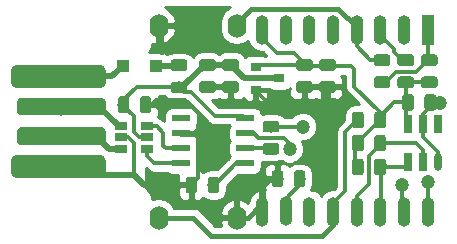
<source format=gbr>
G04 #@! TF.GenerationSoftware,KiCad,Pcbnew,5.0.2-bee76a0~70~ubuntu18.04.1*
G04 #@! TF.CreationDate,2020-01-10T18:50:58-05:00*
G04 #@! TF.ProjectId,ESP-AHT10-Extra,4553502d-4148-4543-9130-2d4578747261,1.4*
G04 #@! TF.SameCoordinates,PX7bfa480PY66c2270*
G04 #@! TF.FileFunction,Copper,L2,Bot*
G04 #@! TF.FilePolarity,Positive*
%FSLAX46Y46*%
G04 Gerber Fmt 4.6, Leading zero omitted, Abs format (unit mm)*
G04 Created by KiCad (PCBNEW 5.0.2-bee76a0~70~ubuntu18.04.1) date Fri 10 Jan 2020 06:50:58 PM EST*
%MOMM*%
%LPD*%
G01*
G04 APERTURE LIST*
G04 #@! TA.AperFunction,Conductor*
%ADD10C,0.050000*%
G04 #@! TD*
G04 #@! TA.AperFunction,SMDPad,CuDef*
%ADD11C,0.975000*%
G04 #@! TD*
G04 #@! TA.AperFunction,ConnectorPad*
%ADD12C,1.500000*%
G04 #@! TD*
G04 #@! TA.AperFunction,ConnectorPad*
%ADD13C,1.900000*%
G04 #@! TD*
G04 #@! TA.AperFunction,SMDPad,CuDef*
%ADD14R,1.550000X0.600000*%
G04 #@! TD*
G04 #@! TA.AperFunction,ComponentPad*
%ADD15R,1.100000X2.500000*%
G04 #@! TD*
G04 #@! TA.AperFunction,ComponentPad*
%ADD16O,1.100000X2.500000*%
G04 #@! TD*
G04 #@! TA.AperFunction,ComponentPad*
%ADD17O,1.600000X2.000000*%
G04 #@! TD*
G04 #@! TA.AperFunction,SMDPad,CuDef*
%ADD18O,0.650000X1.500000*%
G04 #@! TD*
G04 #@! TA.AperFunction,SMDPad,CuDef*
%ADD19R,0.650000X1.500000*%
G04 #@! TD*
G04 #@! TA.AperFunction,SMDPad,CuDef*
%ADD20R,1.060000X0.650000*%
G04 #@! TD*
G04 #@! TA.AperFunction,SMDPad,CuDef*
%ADD21R,1.100000X1.100000*%
G04 #@! TD*
G04 #@! TA.AperFunction,SMDPad,CuDef*
%ADD22R,0.900000X0.800000*%
G04 #@! TD*
G04 #@! TA.AperFunction,ViaPad*
%ADD23C,1.200000*%
G04 #@! TD*
G04 #@! TA.AperFunction,Conductor*
%ADD24C,0.300000*%
G04 #@! TD*
G04 #@! TA.AperFunction,Conductor*
%ADD25C,0.500000*%
G04 #@! TD*
G04 #@! TA.AperFunction,Conductor*
%ADD26C,0.400000*%
G04 #@! TD*
G04 #@! TA.AperFunction,Conductor*
%ADD27C,0.254000*%
G04 #@! TD*
G04 APERTURE END LIST*
D10*
G04 #@! TO.N,Net-(D1-Pad1)*
G04 #@! TO.C,F1*
G36*
X15641142Y15636326D02*
X15664803Y15632816D01*
X15688007Y15627004D01*
X15710529Y15618946D01*
X15732153Y15608718D01*
X15752670Y15596421D01*
X15771883Y15582171D01*
X15789607Y15566107D01*
X15805671Y15548383D01*
X15819921Y15529170D01*
X15832218Y15508653D01*
X15842446Y15487029D01*
X15850504Y15464507D01*
X15856316Y15441303D01*
X15859826Y15417642D01*
X15861000Y15393750D01*
X15861000Y14906250D01*
X15859826Y14882358D01*
X15856316Y14858697D01*
X15850504Y14835493D01*
X15842446Y14812971D01*
X15832218Y14791347D01*
X15819921Y14770830D01*
X15805671Y14751617D01*
X15789607Y14733893D01*
X15771883Y14717829D01*
X15752670Y14703579D01*
X15732153Y14691282D01*
X15710529Y14681054D01*
X15688007Y14672996D01*
X15664803Y14667184D01*
X15641142Y14663674D01*
X15617250Y14662500D01*
X14704750Y14662500D01*
X14680858Y14663674D01*
X14657197Y14667184D01*
X14633993Y14672996D01*
X14611471Y14681054D01*
X14589847Y14691282D01*
X14569330Y14703579D01*
X14550117Y14717829D01*
X14532393Y14733893D01*
X14516329Y14751617D01*
X14502079Y14770830D01*
X14489782Y14791347D01*
X14479554Y14812971D01*
X14471496Y14835493D01*
X14465684Y14858697D01*
X14462174Y14882358D01*
X14461000Y14906250D01*
X14461000Y15393750D01*
X14462174Y15417642D01*
X14465684Y15441303D01*
X14471496Y15464507D01*
X14479554Y15487029D01*
X14489782Y15508653D01*
X14502079Y15529170D01*
X14516329Y15548383D01*
X14532393Y15566107D01*
X14550117Y15582171D01*
X14569330Y15596421D01*
X14589847Y15608718D01*
X14611471Y15618946D01*
X14633993Y15627004D01*
X14657197Y15632816D01*
X14680858Y15636326D01*
X14704750Y15637500D01*
X15617250Y15637500D01*
X15641142Y15636326D01*
X15641142Y15636326D01*
G37*
D11*
G04 #@! TD*
G04 #@! TO.P,F1,2*
G04 #@! TO.N,Net-(D1-Pad1)*
X15161000Y15150000D03*
D10*
G04 #@! TO.N,5V*
G04 #@! TO.C,F1*
G36*
X15641142Y13761326D02*
X15664803Y13757816D01*
X15688007Y13752004D01*
X15710529Y13743946D01*
X15732153Y13733718D01*
X15752670Y13721421D01*
X15771883Y13707171D01*
X15789607Y13691107D01*
X15805671Y13673383D01*
X15819921Y13654170D01*
X15832218Y13633653D01*
X15842446Y13612029D01*
X15850504Y13589507D01*
X15856316Y13566303D01*
X15859826Y13542642D01*
X15861000Y13518750D01*
X15861000Y13031250D01*
X15859826Y13007358D01*
X15856316Y12983697D01*
X15850504Y12960493D01*
X15842446Y12937971D01*
X15832218Y12916347D01*
X15819921Y12895830D01*
X15805671Y12876617D01*
X15789607Y12858893D01*
X15771883Y12842829D01*
X15752670Y12828579D01*
X15732153Y12816282D01*
X15710529Y12806054D01*
X15688007Y12797996D01*
X15664803Y12792184D01*
X15641142Y12788674D01*
X15617250Y12787500D01*
X14704750Y12787500D01*
X14680858Y12788674D01*
X14657197Y12792184D01*
X14633993Y12797996D01*
X14611471Y12806054D01*
X14589847Y12816282D01*
X14569330Y12828579D01*
X14550117Y12842829D01*
X14532393Y12858893D01*
X14516329Y12876617D01*
X14502079Y12895830D01*
X14489782Y12916347D01*
X14479554Y12937971D01*
X14471496Y12960493D01*
X14465684Y12983697D01*
X14462174Y13007358D01*
X14461000Y13031250D01*
X14461000Y13518750D01*
X14462174Y13542642D01*
X14465684Y13566303D01*
X14471496Y13589507D01*
X14479554Y13612029D01*
X14489782Y13633653D01*
X14502079Y13654170D01*
X14516329Y13673383D01*
X14532393Y13691107D01*
X14550117Y13707171D01*
X14569330Y13721421D01*
X14589847Y13733718D01*
X14611471Y13743946D01*
X14633993Y13752004D01*
X14657197Y13757816D01*
X14680858Y13761326D01*
X14704750Y13762500D01*
X15617250Y13762500D01*
X15641142Y13761326D01*
X15641142Y13761326D01*
G37*
D11*
G04 #@! TD*
G04 #@! TO.P,F1,1*
G04 #@! TO.N,5V*
X15161000Y13275000D03*
D10*
G04 #@! TO.N,UD-*
G04 #@! TO.C,J1*
G36*
X8620973Y12385820D02*
X8657376Y12380420D01*
X8693074Y12371479D01*
X8727723Y12359081D01*
X8760991Y12343346D01*
X8792556Y12324427D01*
X8822114Y12302505D01*
X8849382Y12277791D01*
X8874096Y12250523D01*
X8896018Y12220965D01*
X8914937Y12189400D01*
X8930672Y12156132D01*
X8943070Y12121483D01*
X8952011Y12085785D01*
X8957411Y12049382D01*
X8959217Y12012626D01*
X8959217Y11262626D01*
X8957411Y11225870D01*
X8952011Y11189467D01*
X8943070Y11153769D01*
X8930672Y11119120D01*
X8914937Y11085852D01*
X8896018Y11054287D01*
X8874096Y11024729D01*
X8849382Y10997461D01*
X8822114Y10972747D01*
X8792556Y10950825D01*
X8760991Y10931906D01*
X8727723Y10916171D01*
X8693074Y10903773D01*
X8657376Y10894832D01*
X8620973Y10889432D01*
X8584217Y10887626D01*
X1834217Y10887626D01*
X1797461Y10889432D01*
X1761058Y10894832D01*
X1725360Y10903773D01*
X1690711Y10916171D01*
X1657443Y10931906D01*
X1625878Y10950825D01*
X1596320Y10972747D01*
X1569052Y10997461D01*
X1544338Y11024729D01*
X1522416Y11054287D01*
X1503497Y11085852D01*
X1487762Y11119120D01*
X1475364Y11153769D01*
X1466423Y11189467D01*
X1461023Y11225870D01*
X1459217Y11262626D01*
X1459217Y12012626D01*
X1461023Y12049382D01*
X1466423Y12085785D01*
X1475364Y12121483D01*
X1487762Y12156132D01*
X1503497Y12189400D01*
X1522416Y12220965D01*
X1544338Y12250523D01*
X1569052Y12277791D01*
X1596320Y12302505D01*
X1625878Y12324427D01*
X1657443Y12343346D01*
X1690711Y12359081D01*
X1725360Y12371479D01*
X1761058Y12380420D01*
X1797461Y12385820D01*
X1834217Y12387626D01*
X8584217Y12387626D01*
X8620973Y12385820D01*
X8620973Y12385820D01*
G37*
D12*
G04 #@! TD*
G04 #@! TO.P,J1,2*
G04 #@! TO.N,UD-*
X5209217Y11637626D03*
D10*
G04 #@! TO.N,UD+*
G04 #@! TO.C,J1*
G36*
X8620973Y9885820D02*
X8657376Y9880420D01*
X8693074Y9871479D01*
X8727723Y9859081D01*
X8760991Y9843346D01*
X8792556Y9824427D01*
X8822114Y9802505D01*
X8849382Y9777791D01*
X8874096Y9750523D01*
X8896018Y9720965D01*
X8914937Y9689400D01*
X8930672Y9656132D01*
X8943070Y9621483D01*
X8952011Y9585785D01*
X8957411Y9549382D01*
X8959217Y9512626D01*
X8959217Y8762626D01*
X8957411Y8725870D01*
X8952011Y8689467D01*
X8943070Y8653769D01*
X8930672Y8619120D01*
X8914937Y8585852D01*
X8896018Y8554287D01*
X8874096Y8524729D01*
X8849382Y8497461D01*
X8822114Y8472747D01*
X8792556Y8450825D01*
X8760991Y8431906D01*
X8727723Y8416171D01*
X8693074Y8403773D01*
X8657376Y8394832D01*
X8620973Y8389432D01*
X8584217Y8387626D01*
X1834217Y8387626D01*
X1797461Y8389432D01*
X1761058Y8394832D01*
X1725360Y8403773D01*
X1690711Y8416171D01*
X1657443Y8431906D01*
X1625878Y8450825D01*
X1596320Y8472747D01*
X1569052Y8497461D01*
X1544338Y8524729D01*
X1522416Y8554287D01*
X1503497Y8585852D01*
X1487762Y8619120D01*
X1475364Y8653769D01*
X1466423Y8689467D01*
X1461023Y8725870D01*
X1459217Y8762626D01*
X1459217Y9512626D01*
X1461023Y9549382D01*
X1466423Y9585785D01*
X1475364Y9621483D01*
X1487762Y9656132D01*
X1503497Y9689400D01*
X1522416Y9720965D01*
X1544338Y9750523D01*
X1569052Y9777791D01*
X1596320Y9802505D01*
X1625878Y9824427D01*
X1657443Y9843346D01*
X1690711Y9859081D01*
X1725360Y9871479D01*
X1761058Y9880420D01*
X1797461Y9885820D01*
X1834217Y9887626D01*
X8584217Y9887626D01*
X8620973Y9885820D01*
X8620973Y9885820D01*
G37*
D12*
G04 #@! TD*
G04 #@! TO.P,J1,3*
G04 #@! TO.N,UD+*
X5209217Y9137626D03*
D10*
G04 #@! TO.N,GND*
G04 #@! TO.C,J1*
G36*
X8530775Y7525339D02*
X8576885Y7518499D01*
X8622102Y7507173D01*
X8665992Y7491469D01*
X8708130Y7471539D01*
X8748113Y7447574D01*
X8785554Y7419806D01*
X8820093Y7388502D01*
X8851397Y7353963D01*
X8879165Y7316522D01*
X8903130Y7276539D01*
X8923060Y7234401D01*
X8938764Y7190511D01*
X8950090Y7145294D01*
X8956930Y7099184D01*
X8959217Y7052626D01*
X8959217Y6102626D01*
X8956930Y6056068D01*
X8950090Y6009958D01*
X8938764Y5964741D01*
X8923060Y5920851D01*
X8903130Y5878713D01*
X8879165Y5838730D01*
X8851397Y5801289D01*
X8820093Y5766750D01*
X8785554Y5735446D01*
X8748113Y5707678D01*
X8708130Y5683713D01*
X8665992Y5663783D01*
X8622102Y5648079D01*
X8576885Y5636753D01*
X8530775Y5629913D01*
X8484217Y5627626D01*
X1434217Y5627626D01*
X1387659Y5629913D01*
X1341549Y5636753D01*
X1296332Y5648079D01*
X1252442Y5663783D01*
X1210304Y5683713D01*
X1170321Y5707678D01*
X1132880Y5735446D01*
X1098341Y5766750D01*
X1067037Y5801289D01*
X1039269Y5838730D01*
X1015304Y5878713D01*
X995374Y5920851D01*
X979670Y5964741D01*
X968344Y6009958D01*
X961504Y6056068D01*
X959217Y6102626D01*
X959217Y7052626D01*
X961504Y7099184D01*
X968344Y7145294D01*
X979670Y7190511D01*
X995374Y7234401D01*
X1015304Y7276539D01*
X1039269Y7316522D01*
X1067037Y7353963D01*
X1098341Y7388502D01*
X1132880Y7419806D01*
X1170321Y7447574D01*
X1210304Y7471539D01*
X1252442Y7491469D01*
X1296332Y7507173D01*
X1341549Y7518499D01*
X1387659Y7525339D01*
X1434217Y7527626D01*
X8484217Y7527626D01*
X8530775Y7525339D01*
X8530775Y7525339D01*
G37*
D13*
G04 #@! TD*
G04 #@! TO.P,J1,4*
G04 #@! TO.N,GND*
X4959217Y6577626D03*
D10*
G04 #@! TO.N,VBUS*
G04 #@! TO.C,J1*
G36*
X8530775Y15145339D02*
X8576885Y15138499D01*
X8622102Y15127173D01*
X8665992Y15111469D01*
X8708130Y15091539D01*
X8748113Y15067574D01*
X8785554Y15039806D01*
X8820093Y15008502D01*
X8851397Y14973963D01*
X8879165Y14936522D01*
X8903130Y14896539D01*
X8923060Y14854401D01*
X8938764Y14810511D01*
X8950090Y14765294D01*
X8956930Y14719184D01*
X8959217Y14672626D01*
X8959217Y13722626D01*
X8956930Y13676068D01*
X8950090Y13629958D01*
X8938764Y13584741D01*
X8923060Y13540851D01*
X8903130Y13498713D01*
X8879165Y13458730D01*
X8851397Y13421289D01*
X8820093Y13386750D01*
X8785554Y13355446D01*
X8748113Y13327678D01*
X8708130Y13303713D01*
X8665992Y13283783D01*
X8622102Y13268079D01*
X8576885Y13256753D01*
X8530775Y13249913D01*
X8484217Y13247626D01*
X1434217Y13247626D01*
X1387659Y13249913D01*
X1341549Y13256753D01*
X1296332Y13268079D01*
X1252442Y13283783D01*
X1210304Y13303713D01*
X1170321Y13327678D01*
X1132880Y13355446D01*
X1098341Y13386750D01*
X1067037Y13421289D01*
X1039269Y13458730D01*
X1015304Y13498713D01*
X995374Y13540851D01*
X979670Y13584741D01*
X968344Y13629958D01*
X961504Y13676068D01*
X959217Y13722626D01*
X959217Y14672626D01*
X961504Y14719184D01*
X968344Y14765294D01*
X979670Y14810511D01*
X995374Y14854401D01*
X1015304Y14896539D01*
X1039269Y14936522D01*
X1067037Y14973963D01*
X1098341Y15008502D01*
X1132880Y15039806D01*
X1170321Y15067574D01*
X1210304Y15091539D01*
X1252442Y15111469D01*
X1296332Y15127173D01*
X1341549Y15138499D01*
X1387659Y15145339D01*
X1434217Y15147626D01*
X8484217Y15147626D01*
X8530775Y15145339D01*
X8530775Y15145339D01*
G37*
D13*
G04 #@! TD*
G04 #@! TO.P,J1,1*
G04 #@! TO.N,VBUS*
X4959217Y14197626D03*
D14*
G04 #@! TO.P,U1,1*
G04 #@! TO.N,UDP+*
X15359217Y6832626D03*
G04 #@! TO.P,U1,2*
G04 #@! TO.N,UDP-*
X15359217Y8102626D03*
G04 #@! TO.P,U1,3*
G04 #@! TO.N,GND*
X15359217Y9372626D03*
G04 #@! TO.P,U1,4*
G04 #@! TO.N,N/C*
X15359217Y10642626D03*
G04 #@! TO.P,U1,5*
G04 #@! TO.N,5V*
X20759217Y10642626D03*
G04 #@! TO.P,U1,6*
G04 #@! TO.N,eRX*
X20759217Y9372626D03*
G04 #@! TO.P,U1,7*
G04 #@! TO.N,Net-(R8-Pad2)*
X20759217Y8102626D03*
G04 #@! TO.P,U1,8*
G04 #@! TO.N,Net-(C6-Pad1)*
X20759217Y6832626D03*
G04 #@! TD*
D15*
G04 #@! TO.P,U3,1*
G04 #@! TO.N,Net-(R2-Pad1)*
X36209217Y18137626D03*
D16*
G04 #@! TO.P,U3,2*
G04 #@! TO.N,N/C*
X34209217Y18137626D03*
G04 #@! TO.P,U3,3*
G04 #@! TO.N,Net-(R1-Pad2)*
X32209217Y18137626D03*
G04 #@! TO.P,U3,4*
G04 #@! TO.N,Net-(R2-Pad2)*
X30209217Y18137626D03*
G04 #@! TO.P,U3,5*
G04 #@! TO.N,N/C*
X28209217Y18137626D03*
G04 #@! TO.P,U3,6*
X26209217Y18137626D03*
G04 #@! TO.P,U3,7*
X24209217Y18137626D03*
G04 #@! TO.P,U3,8*
G04 #@! TO.N,3V3*
X22209217Y18137626D03*
G04 #@! TO.P,U3,9*
G04 #@! TO.N,GND*
X22209217Y2737626D03*
G04 #@! TO.P,U3,10*
G04 #@! TO.N,Net-(R4-Pad1)*
X24209217Y2837626D03*
G04 #@! TO.P,U3,11*
G04 #@! TO.N,N/C*
X26209217Y2737626D03*
G04 #@! TO.P,U3,12*
G04 #@! TO.N,Net-(R5-Pad2)*
X28209217Y2737626D03*
G04 #@! TO.P,U3,13*
G04 #@! TO.N,SDA*
X30209217Y2737626D03*
G04 #@! TO.P,U3,14*
G04 #@! TO.N,SCL*
X32209217Y2737626D03*
G04 #@! TO.P,U3,15*
G04 #@! TO.N,eRX*
X34209217Y2737626D03*
G04 #@! TO.P,U3,16*
G04 #@! TO.N,eTX*
X36209217Y2737626D03*
G04 #@! TD*
D17*
G04 #@! TO.P,SW1,2*
G04 #@! TO.N,GND*
X13450000Y18500000D03*
G04 #@! TO.P,SW1,1*
G04 #@! TO.N,Net-(R2-Pad2)*
X20050000Y18500000D03*
G04 #@! TD*
G04 #@! TO.P,SW2,1*
G04 #@! TO.N,Net-(R5-Pad2)*
X13450000Y2250000D03*
G04 #@! TO.P,SW2,2*
G04 #@! TO.N,GND*
X20050000Y2250000D03*
G04 #@! TD*
D18*
G04 #@! TO.P,U4,1*
G04 #@! TO.N,GND*
X37125703Y6941380D03*
D19*
G04 #@! TO.P,U4,2*
G04 #@! TO.N,SDA*
X35855703Y6941380D03*
G04 #@! TO.P,U4,3*
G04 #@! TO.N,SCL*
X34585703Y6941380D03*
G04 #@! TO.P,U4,4*
G04 #@! TO.N,3V3*
X34585703Y10141380D03*
G04 #@! TO.P,U4,5*
G04 #@! TO.N,GND*
X35855703Y10141380D03*
G04 #@! TO.P,U4,6*
G04 #@! TO.N,N/C*
X37125703Y10141380D03*
G04 #@! TD*
D20*
G04 #@! TO.P,U5,1*
G04 #@! TO.N,UD+*
X10250000Y8075000D03*
G04 #@! TO.P,U5,2*
G04 #@! TO.N,GND*
X10250000Y9025000D03*
G04 #@! TO.P,U5,3*
G04 #@! TO.N,UD-*
X10250000Y9975000D03*
G04 #@! TO.P,U5,4*
G04 #@! TO.N,UDP-*
X12450000Y9975000D03*
G04 #@! TO.P,U5,6*
G04 #@! TO.N,UDP+*
X12450000Y8075000D03*
G04 #@! TO.P,U5,5*
G04 #@! TO.N,5V*
X12450000Y9025000D03*
G04 #@! TD*
D10*
G04 #@! TO.N,GND*
G04 #@! TO.C,C1*
G36*
X26256142Y13790206D02*
X26279803Y13786696D01*
X26303007Y13780884D01*
X26325529Y13772826D01*
X26347153Y13762598D01*
X26367670Y13750301D01*
X26386883Y13736051D01*
X26404607Y13719987D01*
X26420671Y13702263D01*
X26434921Y13683050D01*
X26447218Y13662533D01*
X26457446Y13640909D01*
X26465504Y13618387D01*
X26471316Y13595183D01*
X26474826Y13571522D01*
X26476000Y13547630D01*
X26476000Y13060130D01*
X26474826Y13036238D01*
X26471316Y13012577D01*
X26465504Y12989373D01*
X26457446Y12966851D01*
X26447218Y12945227D01*
X26434921Y12924710D01*
X26420671Y12905497D01*
X26404607Y12887773D01*
X26386883Y12871709D01*
X26367670Y12857459D01*
X26347153Y12845162D01*
X26325529Y12834934D01*
X26303007Y12826876D01*
X26279803Y12821064D01*
X26256142Y12817554D01*
X26232250Y12816380D01*
X25319750Y12816380D01*
X25295858Y12817554D01*
X25272197Y12821064D01*
X25248993Y12826876D01*
X25226471Y12834934D01*
X25204847Y12845162D01*
X25184330Y12857459D01*
X25165117Y12871709D01*
X25147393Y12887773D01*
X25131329Y12905497D01*
X25117079Y12924710D01*
X25104782Y12945227D01*
X25094554Y12966851D01*
X25086496Y12989373D01*
X25080684Y13012577D01*
X25077174Y13036238D01*
X25076000Y13060130D01*
X25076000Y13547630D01*
X25077174Y13571522D01*
X25080684Y13595183D01*
X25086496Y13618387D01*
X25094554Y13640909D01*
X25104782Y13662533D01*
X25117079Y13683050D01*
X25131329Y13702263D01*
X25147393Y13719987D01*
X25165117Y13736051D01*
X25184330Y13750301D01*
X25204847Y13762598D01*
X25226471Y13772826D01*
X25248993Y13780884D01*
X25272197Y13786696D01*
X25295858Y13790206D01*
X25319750Y13791380D01*
X26232250Y13791380D01*
X26256142Y13790206D01*
X26256142Y13790206D01*
G37*
D11*
G04 #@! TD*
G04 #@! TO.P,C1,2*
G04 #@! TO.N,GND*
X25776000Y13303880D03*
D10*
G04 #@! TO.N,3V3*
G04 #@! TO.C,C1*
G36*
X26256142Y15665206D02*
X26279803Y15661696D01*
X26303007Y15655884D01*
X26325529Y15647826D01*
X26347153Y15637598D01*
X26367670Y15625301D01*
X26386883Y15611051D01*
X26404607Y15594987D01*
X26420671Y15577263D01*
X26434921Y15558050D01*
X26447218Y15537533D01*
X26457446Y15515909D01*
X26465504Y15493387D01*
X26471316Y15470183D01*
X26474826Y15446522D01*
X26476000Y15422630D01*
X26476000Y14935130D01*
X26474826Y14911238D01*
X26471316Y14887577D01*
X26465504Y14864373D01*
X26457446Y14841851D01*
X26447218Y14820227D01*
X26434921Y14799710D01*
X26420671Y14780497D01*
X26404607Y14762773D01*
X26386883Y14746709D01*
X26367670Y14732459D01*
X26347153Y14720162D01*
X26325529Y14709934D01*
X26303007Y14701876D01*
X26279803Y14696064D01*
X26256142Y14692554D01*
X26232250Y14691380D01*
X25319750Y14691380D01*
X25295858Y14692554D01*
X25272197Y14696064D01*
X25248993Y14701876D01*
X25226471Y14709934D01*
X25204847Y14720162D01*
X25184330Y14732459D01*
X25165117Y14746709D01*
X25147393Y14762773D01*
X25131329Y14780497D01*
X25117079Y14799710D01*
X25104782Y14820227D01*
X25094554Y14841851D01*
X25086496Y14864373D01*
X25080684Y14887577D01*
X25077174Y14911238D01*
X25076000Y14935130D01*
X25076000Y15422630D01*
X25077174Y15446522D01*
X25080684Y15470183D01*
X25086496Y15493387D01*
X25094554Y15515909D01*
X25104782Y15537533D01*
X25117079Y15558050D01*
X25131329Y15577263D01*
X25147393Y15594987D01*
X25165117Y15611051D01*
X25184330Y15625301D01*
X25204847Y15637598D01*
X25226471Y15647826D01*
X25248993Y15655884D01*
X25272197Y15661696D01*
X25295858Y15665206D01*
X25319750Y15666380D01*
X26232250Y15666380D01*
X26256142Y15665206D01*
X26256142Y15665206D01*
G37*
D11*
G04 #@! TD*
G04 #@! TO.P,C1,1*
G04 #@! TO.N,3V3*
X25776000Y15178880D03*
D10*
G04 #@! TO.N,5V*
G04 #@! TO.C,C2*
G36*
X20005142Y15665206D02*
X20028803Y15661696D01*
X20052007Y15655884D01*
X20074529Y15647826D01*
X20096153Y15637598D01*
X20116670Y15625301D01*
X20135883Y15611051D01*
X20153607Y15594987D01*
X20169671Y15577263D01*
X20183921Y15558050D01*
X20196218Y15537533D01*
X20206446Y15515909D01*
X20214504Y15493387D01*
X20220316Y15470183D01*
X20223826Y15446522D01*
X20225000Y15422630D01*
X20225000Y14935130D01*
X20223826Y14911238D01*
X20220316Y14887577D01*
X20214504Y14864373D01*
X20206446Y14841851D01*
X20196218Y14820227D01*
X20183921Y14799710D01*
X20169671Y14780497D01*
X20153607Y14762773D01*
X20135883Y14746709D01*
X20116670Y14732459D01*
X20096153Y14720162D01*
X20074529Y14709934D01*
X20052007Y14701876D01*
X20028803Y14696064D01*
X20005142Y14692554D01*
X19981250Y14691380D01*
X19068750Y14691380D01*
X19044858Y14692554D01*
X19021197Y14696064D01*
X18997993Y14701876D01*
X18975471Y14709934D01*
X18953847Y14720162D01*
X18933330Y14732459D01*
X18914117Y14746709D01*
X18896393Y14762773D01*
X18880329Y14780497D01*
X18866079Y14799710D01*
X18853782Y14820227D01*
X18843554Y14841851D01*
X18835496Y14864373D01*
X18829684Y14887577D01*
X18826174Y14911238D01*
X18825000Y14935130D01*
X18825000Y15422630D01*
X18826174Y15446522D01*
X18829684Y15470183D01*
X18835496Y15493387D01*
X18843554Y15515909D01*
X18853782Y15537533D01*
X18866079Y15558050D01*
X18880329Y15577263D01*
X18896393Y15594987D01*
X18914117Y15611051D01*
X18933330Y15625301D01*
X18953847Y15637598D01*
X18975471Y15647826D01*
X18997993Y15655884D01*
X19021197Y15661696D01*
X19044858Y15665206D01*
X19068750Y15666380D01*
X19981250Y15666380D01*
X20005142Y15665206D01*
X20005142Y15665206D01*
G37*
D11*
G04 #@! TD*
G04 #@! TO.P,C2,1*
G04 #@! TO.N,5V*
X19525000Y15178880D03*
D10*
G04 #@! TO.N,GND*
G04 #@! TO.C,C2*
G36*
X20005142Y13790206D02*
X20028803Y13786696D01*
X20052007Y13780884D01*
X20074529Y13772826D01*
X20096153Y13762598D01*
X20116670Y13750301D01*
X20135883Y13736051D01*
X20153607Y13719987D01*
X20169671Y13702263D01*
X20183921Y13683050D01*
X20196218Y13662533D01*
X20206446Y13640909D01*
X20214504Y13618387D01*
X20220316Y13595183D01*
X20223826Y13571522D01*
X20225000Y13547630D01*
X20225000Y13060130D01*
X20223826Y13036238D01*
X20220316Y13012577D01*
X20214504Y12989373D01*
X20206446Y12966851D01*
X20196218Y12945227D01*
X20183921Y12924710D01*
X20169671Y12905497D01*
X20153607Y12887773D01*
X20135883Y12871709D01*
X20116670Y12857459D01*
X20096153Y12845162D01*
X20074529Y12834934D01*
X20052007Y12826876D01*
X20028803Y12821064D01*
X20005142Y12817554D01*
X19981250Y12816380D01*
X19068750Y12816380D01*
X19044858Y12817554D01*
X19021197Y12821064D01*
X18997993Y12826876D01*
X18975471Y12834934D01*
X18953847Y12845162D01*
X18933330Y12857459D01*
X18914117Y12871709D01*
X18896393Y12887773D01*
X18880329Y12905497D01*
X18866079Y12924710D01*
X18853782Y12945227D01*
X18843554Y12966851D01*
X18835496Y12989373D01*
X18829684Y13012577D01*
X18826174Y13036238D01*
X18825000Y13060130D01*
X18825000Y13547630D01*
X18826174Y13571522D01*
X18829684Y13595183D01*
X18835496Y13618387D01*
X18843554Y13640909D01*
X18853782Y13662533D01*
X18866079Y13683050D01*
X18880329Y13702263D01*
X18896393Y13719987D01*
X18914117Y13736051D01*
X18933330Y13750301D01*
X18953847Y13762598D01*
X18975471Y13772826D01*
X18997993Y13780884D01*
X19021197Y13786696D01*
X19044858Y13790206D01*
X19068750Y13791380D01*
X19981250Y13791380D01*
X20005142Y13790206D01*
X20005142Y13790206D01*
G37*
D11*
G04 #@! TD*
G04 #@! TO.P,C2,2*
G04 #@! TO.N,GND*
X19525000Y13303880D03*
D10*
G04 #@! TO.N,GND*
G04 #@! TO.C,C3*
G36*
X18055142Y13790206D02*
X18078803Y13786696D01*
X18102007Y13780884D01*
X18124529Y13772826D01*
X18146153Y13762598D01*
X18166670Y13750301D01*
X18185883Y13736051D01*
X18203607Y13719987D01*
X18219671Y13702263D01*
X18233921Y13683050D01*
X18246218Y13662533D01*
X18256446Y13640909D01*
X18264504Y13618387D01*
X18270316Y13595183D01*
X18273826Y13571522D01*
X18275000Y13547630D01*
X18275000Y13060130D01*
X18273826Y13036238D01*
X18270316Y13012577D01*
X18264504Y12989373D01*
X18256446Y12966851D01*
X18246218Y12945227D01*
X18233921Y12924710D01*
X18219671Y12905497D01*
X18203607Y12887773D01*
X18185883Y12871709D01*
X18166670Y12857459D01*
X18146153Y12845162D01*
X18124529Y12834934D01*
X18102007Y12826876D01*
X18078803Y12821064D01*
X18055142Y12817554D01*
X18031250Y12816380D01*
X17118750Y12816380D01*
X17094858Y12817554D01*
X17071197Y12821064D01*
X17047993Y12826876D01*
X17025471Y12834934D01*
X17003847Y12845162D01*
X16983330Y12857459D01*
X16964117Y12871709D01*
X16946393Y12887773D01*
X16930329Y12905497D01*
X16916079Y12924710D01*
X16903782Y12945227D01*
X16893554Y12966851D01*
X16885496Y12989373D01*
X16879684Y13012577D01*
X16876174Y13036238D01*
X16875000Y13060130D01*
X16875000Y13547630D01*
X16876174Y13571522D01*
X16879684Y13595183D01*
X16885496Y13618387D01*
X16893554Y13640909D01*
X16903782Y13662533D01*
X16916079Y13683050D01*
X16930329Y13702263D01*
X16946393Y13719987D01*
X16964117Y13736051D01*
X16983330Y13750301D01*
X17003847Y13762598D01*
X17025471Y13772826D01*
X17047993Y13780884D01*
X17071197Y13786696D01*
X17094858Y13790206D01*
X17118750Y13791380D01*
X18031250Y13791380D01*
X18055142Y13790206D01*
X18055142Y13790206D01*
G37*
D11*
G04 #@! TD*
G04 #@! TO.P,C3,2*
G04 #@! TO.N,GND*
X17575000Y13303880D03*
D10*
G04 #@! TO.N,5V*
G04 #@! TO.C,C3*
G36*
X18055142Y15665206D02*
X18078803Y15661696D01*
X18102007Y15655884D01*
X18124529Y15647826D01*
X18146153Y15637598D01*
X18166670Y15625301D01*
X18185883Y15611051D01*
X18203607Y15594987D01*
X18219671Y15577263D01*
X18233921Y15558050D01*
X18246218Y15537533D01*
X18256446Y15515909D01*
X18264504Y15493387D01*
X18270316Y15470183D01*
X18273826Y15446522D01*
X18275000Y15422630D01*
X18275000Y14935130D01*
X18273826Y14911238D01*
X18270316Y14887577D01*
X18264504Y14864373D01*
X18256446Y14841851D01*
X18246218Y14820227D01*
X18233921Y14799710D01*
X18219671Y14780497D01*
X18203607Y14762773D01*
X18185883Y14746709D01*
X18166670Y14732459D01*
X18146153Y14720162D01*
X18124529Y14709934D01*
X18102007Y14701876D01*
X18078803Y14696064D01*
X18055142Y14692554D01*
X18031250Y14691380D01*
X17118750Y14691380D01*
X17094858Y14692554D01*
X17071197Y14696064D01*
X17047993Y14701876D01*
X17025471Y14709934D01*
X17003847Y14720162D01*
X16983330Y14732459D01*
X16964117Y14746709D01*
X16946393Y14762773D01*
X16930329Y14780497D01*
X16916079Y14799710D01*
X16903782Y14820227D01*
X16893554Y14841851D01*
X16885496Y14864373D01*
X16879684Y14887577D01*
X16876174Y14911238D01*
X16875000Y14935130D01*
X16875000Y15422630D01*
X16876174Y15446522D01*
X16879684Y15470183D01*
X16885496Y15493387D01*
X16893554Y15515909D01*
X16903782Y15537533D01*
X16916079Y15558050D01*
X16930329Y15577263D01*
X16946393Y15594987D01*
X16964117Y15611051D01*
X16983330Y15625301D01*
X17003847Y15637598D01*
X17025471Y15647826D01*
X17047993Y15655884D01*
X17071197Y15661696D01*
X17094858Y15665206D01*
X17118750Y15666380D01*
X18031250Y15666380D01*
X18055142Y15665206D01*
X18055142Y15665206D01*
G37*
D11*
G04 #@! TD*
G04 #@! TO.P,C3,1*
G04 #@! TO.N,5V*
X17575000Y15178880D03*
D10*
G04 #@! TO.N,GND*
G04 #@! TO.C,C4*
G36*
X28206142Y13790206D02*
X28229803Y13786696D01*
X28253007Y13780884D01*
X28275529Y13772826D01*
X28297153Y13762598D01*
X28317670Y13750301D01*
X28336883Y13736051D01*
X28354607Y13719987D01*
X28370671Y13702263D01*
X28384921Y13683050D01*
X28397218Y13662533D01*
X28407446Y13640909D01*
X28415504Y13618387D01*
X28421316Y13595183D01*
X28424826Y13571522D01*
X28426000Y13547630D01*
X28426000Y13060130D01*
X28424826Y13036238D01*
X28421316Y13012577D01*
X28415504Y12989373D01*
X28407446Y12966851D01*
X28397218Y12945227D01*
X28384921Y12924710D01*
X28370671Y12905497D01*
X28354607Y12887773D01*
X28336883Y12871709D01*
X28317670Y12857459D01*
X28297153Y12845162D01*
X28275529Y12834934D01*
X28253007Y12826876D01*
X28229803Y12821064D01*
X28206142Y12817554D01*
X28182250Y12816380D01*
X27269750Y12816380D01*
X27245858Y12817554D01*
X27222197Y12821064D01*
X27198993Y12826876D01*
X27176471Y12834934D01*
X27154847Y12845162D01*
X27134330Y12857459D01*
X27115117Y12871709D01*
X27097393Y12887773D01*
X27081329Y12905497D01*
X27067079Y12924710D01*
X27054782Y12945227D01*
X27044554Y12966851D01*
X27036496Y12989373D01*
X27030684Y13012577D01*
X27027174Y13036238D01*
X27026000Y13060130D01*
X27026000Y13547630D01*
X27027174Y13571522D01*
X27030684Y13595183D01*
X27036496Y13618387D01*
X27044554Y13640909D01*
X27054782Y13662533D01*
X27067079Y13683050D01*
X27081329Y13702263D01*
X27097393Y13719987D01*
X27115117Y13736051D01*
X27134330Y13750301D01*
X27154847Y13762598D01*
X27176471Y13772826D01*
X27198993Y13780884D01*
X27222197Y13786696D01*
X27245858Y13790206D01*
X27269750Y13791380D01*
X28182250Y13791380D01*
X28206142Y13790206D01*
X28206142Y13790206D01*
G37*
D11*
G04 #@! TD*
G04 #@! TO.P,C4,2*
G04 #@! TO.N,GND*
X27726000Y13303880D03*
D10*
G04 #@! TO.N,3V3*
G04 #@! TO.C,C4*
G36*
X28206142Y15665206D02*
X28229803Y15661696D01*
X28253007Y15655884D01*
X28275529Y15647826D01*
X28297153Y15637598D01*
X28317670Y15625301D01*
X28336883Y15611051D01*
X28354607Y15594987D01*
X28370671Y15577263D01*
X28384921Y15558050D01*
X28397218Y15537533D01*
X28407446Y15515909D01*
X28415504Y15493387D01*
X28421316Y15470183D01*
X28424826Y15446522D01*
X28426000Y15422630D01*
X28426000Y14935130D01*
X28424826Y14911238D01*
X28421316Y14887577D01*
X28415504Y14864373D01*
X28407446Y14841851D01*
X28397218Y14820227D01*
X28384921Y14799710D01*
X28370671Y14780497D01*
X28354607Y14762773D01*
X28336883Y14746709D01*
X28317670Y14732459D01*
X28297153Y14720162D01*
X28275529Y14709934D01*
X28253007Y14701876D01*
X28229803Y14696064D01*
X28206142Y14692554D01*
X28182250Y14691380D01*
X27269750Y14691380D01*
X27245858Y14692554D01*
X27222197Y14696064D01*
X27198993Y14701876D01*
X27176471Y14709934D01*
X27154847Y14720162D01*
X27134330Y14732459D01*
X27115117Y14746709D01*
X27097393Y14762773D01*
X27081329Y14780497D01*
X27067079Y14799710D01*
X27054782Y14820227D01*
X27044554Y14841851D01*
X27036496Y14864373D01*
X27030684Y14887577D01*
X27027174Y14911238D01*
X27026000Y14935130D01*
X27026000Y15422630D01*
X27027174Y15446522D01*
X27030684Y15470183D01*
X27036496Y15493387D01*
X27044554Y15515909D01*
X27054782Y15537533D01*
X27067079Y15558050D01*
X27081329Y15577263D01*
X27097393Y15594987D01*
X27115117Y15611051D01*
X27134330Y15625301D01*
X27154847Y15637598D01*
X27176471Y15647826D01*
X27198993Y15655884D01*
X27222197Y15661696D01*
X27245858Y15665206D01*
X27269750Y15666380D01*
X28182250Y15666380D01*
X28206142Y15665206D01*
X28206142Y15665206D01*
G37*
D11*
G04 #@! TD*
G04 #@! TO.P,C4,1*
G04 #@! TO.N,3V3*
X27726000Y15178880D03*
D10*
G04 #@! TO.N,3V3*
G04 #@! TO.C,C5*
G36*
X34830142Y12698826D02*
X34853803Y12695316D01*
X34877007Y12689504D01*
X34899529Y12681446D01*
X34921153Y12671218D01*
X34941670Y12658921D01*
X34960883Y12644671D01*
X34978607Y12628607D01*
X34994671Y12610883D01*
X35008921Y12591670D01*
X35021218Y12571153D01*
X35031446Y12549529D01*
X35039504Y12527007D01*
X35045316Y12503803D01*
X35048826Y12480142D01*
X35050000Y12456250D01*
X35050000Y11543750D01*
X35048826Y11519858D01*
X35045316Y11496197D01*
X35039504Y11472993D01*
X35031446Y11450471D01*
X35021218Y11428847D01*
X35008921Y11408330D01*
X34994671Y11389117D01*
X34978607Y11371393D01*
X34960883Y11355329D01*
X34941670Y11341079D01*
X34921153Y11328782D01*
X34899529Y11318554D01*
X34877007Y11310496D01*
X34853803Y11304684D01*
X34830142Y11301174D01*
X34806250Y11300000D01*
X34318750Y11300000D01*
X34294858Y11301174D01*
X34271197Y11304684D01*
X34247993Y11310496D01*
X34225471Y11318554D01*
X34203847Y11328782D01*
X34183330Y11341079D01*
X34164117Y11355329D01*
X34146393Y11371393D01*
X34130329Y11389117D01*
X34116079Y11408330D01*
X34103782Y11428847D01*
X34093554Y11450471D01*
X34085496Y11472993D01*
X34079684Y11496197D01*
X34076174Y11519858D01*
X34075000Y11543750D01*
X34075000Y12456250D01*
X34076174Y12480142D01*
X34079684Y12503803D01*
X34085496Y12527007D01*
X34093554Y12549529D01*
X34103782Y12571153D01*
X34116079Y12591670D01*
X34130329Y12610883D01*
X34146393Y12628607D01*
X34164117Y12644671D01*
X34183330Y12658921D01*
X34203847Y12671218D01*
X34225471Y12681446D01*
X34247993Y12689504D01*
X34271197Y12695316D01*
X34294858Y12698826D01*
X34318750Y12700000D01*
X34806250Y12700000D01*
X34830142Y12698826D01*
X34830142Y12698826D01*
G37*
D11*
G04 #@! TD*
G04 #@! TO.P,C5,1*
G04 #@! TO.N,3V3*
X34562500Y12000000D03*
D10*
G04 #@! TO.N,GND*
G04 #@! TO.C,C5*
G36*
X36705142Y12698826D02*
X36728803Y12695316D01*
X36752007Y12689504D01*
X36774529Y12681446D01*
X36796153Y12671218D01*
X36816670Y12658921D01*
X36835883Y12644671D01*
X36853607Y12628607D01*
X36869671Y12610883D01*
X36883921Y12591670D01*
X36896218Y12571153D01*
X36906446Y12549529D01*
X36914504Y12527007D01*
X36920316Y12503803D01*
X36923826Y12480142D01*
X36925000Y12456250D01*
X36925000Y11543750D01*
X36923826Y11519858D01*
X36920316Y11496197D01*
X36914504Y11472993D01*
X36906446Y11450471D01*
X36896218Y11428847D01*
X36883921Y11408330D01*
X36869671Y11389117D01*
X36853607Y11371393D01*
X36835883Y11355329D01*
X36816670Y11341079D01*
X36796153Y11328782D01*
X36774529Y11318554D01*
X36752007Y11310496D01*
X36728803Y11304684D01*
X36705142Y11301174D01*
X36681250Y11300000D01*
X36193750Y11300000D01*
X36169858Y11301174D01*
X36146197Y11304684D01*
X36122993Y11310496D01*
X36100471Y11318554D01*
X36078847Y11328782D01*
X36058330Y11341079D01*
X36039117Y11355329D01*
X36021393Y11371393D01*
X36005329Y11389117D01*
X35991079Y11408330D01*
X35978782Y11428847D01*
X35968554Y11450471D01*
X35960496Y11472993D01*
X35954684Y11496197D01*
X35951174Y11519858D01*
X35950000Y11543750D01*
X35950000Y12456250D01*
X35951174Y12480142D01*
X35954684Y12503803D01*
X35960496Y12527007D01*
X35968554Y12549529D01*
X35978782Y12571153D01*
X35991079Y12591670D01*
X36005329Y12610883D01*
X36021393Y12628607D01*
X36039117Y12644671D01*
X36058330Y12658921D01*
X36078847Y12671218D01*
X36100471Y12681446D01*
X36122993Y12689504D01*
X36146197Y12695316D01*
X36169858Y12698826D01*
X36193750Y12700000D01*
X36681250Y12700000D01*
X36705142Y12698826D01*
X36705142Y12698826D01*
G37*
D11*
G04 #@! TD*
G04 #@! TO.P,C5,2*
G04 #@! TO.N,GND*
X36437500Y12000000D03*
D10*
G04 #@! TO.N,Net-(C6-Pad1)*
G04 #@! TO.C,C6*
G36*
X18349642Y5705826D02*
X18373303Y5702316D01*
X18396507Y5696504D01*
X18419029Y5688446D01*
X18440653Y5678218D01*
X18461170Y5665921D01*
X18480383Y5651671D01*
X18498107Y5635607D01*
X18514171Y5617883D01*
X18528421Y5598670D01*
X18540718Y5578153D01*
X18550946Y5556529D01*
X18559004Y5534007D01*
X18564816Y5510803D01*
X18568326Y5487142D01*
X18569500Y5463250D01*
X18569500Y4550750D01*
X18568326Y4526858D01*
X18564816Y4503197D01*
X18559004Y4479993D01*
X18550946Y4457471D01*
X18540718Y4435847D01*
X18528421Y4415330D01*
X18514171Y4396117D01*
X18498107Y4378393D01*
X18480383Y4362329D01*
X18461170Y4348079D01*
X18440653Y4335782D01*
X18419029Y4325554D01*
X18396507Y4317496D01*
X18373303Y4311684D01*
X18349642Y4308174D01*
X18325750Y4307000D01*
X17838250Y4307000D01*
X17814358Y4308174D01*
X17790697Y4311684D01*
X17767493Y4317496D01*
X17744971Y4325554D01*
X17723347Y4335782D01*
X17702830Y4348079D01*
X17683617Y4362329D01*
X17665893Y4378393D01*
X17649829Y4396117D01*
X17635579Y4415330D01*
X17623282Y4435847D01*
X17613054Y4457471D01*
X17604996Y4479993D01*
X17599184Y4503197D01*
X17595674Y4526858D01*
X17594500Y4550750D01*
X17594500Y5463250D01*
X17595674Y5487142D01*
X17599184Y5510803D01*
X17604996Y5534007D01*
X17613054Y5556529D01*
X17623282Y5578153D01*
X17635579Y5598670D01*
X17649829Y5617883D01*
X17665893Y5635607D01*
X17683617Y5651671D01*
X17702830Y5665921D01*
X17723347Y5678218D01*
X17744971Y5688446D01*
X17767493Y5696504D01*
X17790697Y5702316D01*
X17814358Y5705826D01*
X17838250Y5707000D01*
X18325750Y5707000D01*
X18349642Y5705826D01*
X18349642Y5705826D01*
G37*
D11*
G04 #@! TD*
G04 #@! TO.P,C6,1*
G04 #@! TO.N,Net-(C6-Pad1)*
X18082000Y5007000D03*
D10*
G04 #@! TO.N,GND*
G04 #@! TO.C,C6*
G36*
X16474642Y5705826D02*
X16498303Y5702316D01*
X16521507Y5696504D01*
X16544029Y5688446D01*
X16565653Y5678218D01*
X16586170Y5665921D01*
X16605383Y5651671D01*
X16623107Y5635607D01*
X16639171Y5617883D01*
X16653421Y5598670D01*
X16665718Y5578153D01*
X16675946Y5556529D01*
X16684004Y5534007D01*
X16689816Y5510803D01*
X16693326Y5487142D01*
X16694500Y5463250D01*
X16694500Y4550750D01*
X16693326Y4526858D01*
X16689816Y4503197D01*
X16684004Y4479993D01*
X16675946Y4457471D01*
X16665718Y4435847D01*
X16653421Y4415330D01*
X16639171Y4396117D01*
X16623107Y4378393D01*
X16605383Y4362329D01*
X16586170Y4348079D01*
X16565653Y4335782D01*
X16544029Y4325554D01*
X16521507Y4317496D01*
X16498303Y4311684D01*
X16474642Y4308174D01*
X16450750Y4307000D01*
X15963250Y4307000D01*
X15939358Y4308174D01*
X15915697Y4311684D01*
X15892493Y4317496D01*
X15869971Y4325554D01*
X15848347Y4335782D01*
X15827830Y4348079D01*
X15808617Y4362329D01*
X15790893Y4378393D01*
X15774829Y4396117D01*
X15760579Y4415330D01*
X15748282Y4435847D01*
X15738054Y4457471D01*
X15729996Y4479993D01*
X15724184Y4503197D01*
X15720674Y4526858D01*
X15719500Y4550750D01*
X15719500Y5463250D01*
X15720674Y5487142D01*
X15724184Y5510803D01*
X15729996Y5534007D01*
X15738054Y5556529D01*
X15748282Y5578153D01*
X15760579Y5598670D01*
X15774829Y5617883D01*
X15790893Y5635607D01*
X15808617Y5651671D01*
X15827830Y5665921D01*
X15848347Y5678218D01*
X15869971Y5688446D01*
X15892493Y5696504D01*
X15915697Y5702316D01*
X15939358Y5705826D01*
X15963250Y5707000D01*
X16450750Y5707000D01*
X16474642Y5705826D01*
X16474642Y5705826D01*
G37*
D11*
G04 #@! TD*
G04 #@! TO.P,C6,2*
G04 #@! TO.N,GND*
X16207000Y5007000D03*
D10*
G04 #@! TO.N,5V*
G04 #@! TO.C,C7*
G36*
X10730142Y12498826D02*
X10753803Y12495316D01*
X10777007Y12489504D01*
X10799529Y12481446D01*
X10821153Y12471218D01*
X10841670Y12458921D01*
X10860883Y12444671D01*
X10878607Y12428607D01*
X10894671Y12410883D01*
X10908921Y12391670D01*
X10921218Y12371153D01*
X10931446Y12349529D01*
X10939504Y12327007D01*
X10945316Y12303803D01*
X10948826Y12280142D01*
X10950000Y12256250D01*
X10950000Y11343750D01*
X10948826Y11319858D01*
X10945316Y11296197D01*
X10939504Y11272993D01*
X10931446Y11250471D01*
X10921218Y11228847D01*
X10908921Y11208330D01*
X10894671Y11189117D01*
X10878607Y11171393D01*
X10860883Y11155329D01*
X10841670Y11141079D01*
X10821153Y11128782D01*
X10799529Y11118554D01*
X10777007Y11110496D01*
X10753803Y11104684D01*
X10730142Y11101174D01*
X10706250Y11100000D01*
X10218750Y11100000D01*
X10194858Y11101174D01*
X10171197Y11104684D01*
X10147993Y11110496D01*
X10125471Y11118554D01*
X10103847Y11128782D01*
X10083330Y11141079D01*
X10064117Y11155329D01*
X10046393Y11171393D01*
X10030329Y11189117D01*
X10016079Y11208330D01*
X10003782Y11228847D01*
X9993554Y11250471D01*
X9985496Y11272993D01*
X9979684Y11296197D01*
X9976174Y11319858D01*
X9975000Y11343750D01*
X9975000Y12256250D01*
X9976174Y12280142D01*
X9979684Y12303803D01*
X9985496Y12327007D01*
X9993554Y12349529D01*
X10003782Y12371153D01*
X10016079Y12391670D01*
X10030329Y12410883D01*
X10046393Y12428607D01*
X10064117Y12444671D01*
X10083330Y12458921D01*
X10103847Y12471218D01*
X10125471Y12481446D01*
X10147993Y12489504D01*
X10171197Y12495316D01*
X10194858Y12498826D01*
X10218750Y12500000D01*
X10706250Y12500000D01*
X10730142Y12498826D01*
X10730142Y12498826D01*
G37*
D11*
G04 #@! TD*
G04 #@! TO.P,C7,1*
G04 #@! TO.N,5V*
X10462500Y11800000D03*
D10*
G04 #@! TO.N,GND*
G04 #@! TO.C,C7*
G36*
X12605142Y12498826D02*
X12628803Y12495316D01*
X12652007Y12489504D01*
X12674529Y12481446D01*
X12696153Y12471218D01*
X12716670Y12458921D01*
X12735883Y12444671D01*
X12753607Y12428607D01*
X12769671Y12410883D01*
X12783921Y12391670D01*
X12796218Y12371153D01*
X12806446Y12349529D01*
X12814504Y12327007D01*
X12820316Y12303803D01*
X12823826Y12280142D01*
X12825000Y12256250D01*
X12825000Y11343750D01*
X12823826Y11319858D01*
X12820316Y11296197D01*
X12814504Y11272993D01*
X12806446Y11250471D01*
X12796218Y11228847D01*
X12783921Y11208330D01*
X12769671Y11189117D01*
X12753607Y11171393D01*
X12735883Y11155329D01*
X12716670Y11141079D01*
X12696153Y11128782D01*
X12674529Y11118554D01*
X12652007Y11110496D01*
X12628803Y11104684D01*
X12605142Y11101174D01*
X12581250Y11100000D01*
X12093750Y11100000D01*
X12069858Y11101174D01*
X12046197Y11104684D01*
X12022993Y11110496D01*
X12000471Y11118554D01*
X11978847Y11128782D01*
X11958330Y11141079D01*
X11939117Y11155329D01*
X11921393Y11171393D01*
X11905329Y11189117D01*
X11891079Y11208330D01*
X11878782Y11228847D01*
X11868554Y11250471D01*
X11860496Y11272993D01*
X11854684Y11296197D01*
X11851174Y11319858D01*
X11850000Y11343750D01*
X11850000Y12256250D01*
X11851174Y12280142D01*
X11854684Y12303803D01*
X11860496Y12327007D01*
X11868554Y12349529D01*
X11878782Y12371153D01*
X11891079Y12391670D01*
X11905329Y12410883D01*
X11921393Y12428607D01*
X11939117Y12444671D01*
X11958330Y12458921D01*
X11978847Y12471218D01*
X12000471Y12481446D01*
X12022993Y12489504D01*
X12046197Y12495316D01*
X12069858Y12498826D01*
X12093750Y12500000D01*
X12581250Y12500000D01*
X12605142Y12498826D01*
X12605142Y12498826D01*
G37*
D11*
G04 #@! TD*
G04 #@! TO.P,C7,2*
G04 #@! TO.N,GND*
X12337500Y11800000D03*
D21*
G04 #@! TO.P,D1,1*
G04 #@! TO.N,Net-(D1-Pad1)*
X13200000Y15075000D03*
G04 #@! TO.P,D1,2*
G04 #@! TO.N,VBUS*
X10400000Y15075000D03*
G04 #@! TD*
D10*
G04 #@! TO.N,3V3*
G04 #@! TO.C,R1*
G36*
X34835845Y14190206D02*
X34859506Y14186696D01*
X34882710Y14180884D01*
X34905232Y14172826D01*
X34926856Y14162598D01*
X34947373Y14150301D01*
X34966586Y14136051D01*
X34984310Y14119987D01*
X35000374Y14102263D01*
X35014624Y14083050D01*
X35026921Y14062533D01*
X35037149Y14040909D01*
X35045207Y14018387D01*
X35051019Y13995183D01*
X35054529Y13971522D01*
X35055703Y13947630D01*
X35055703Y13460130D01*
X35054529Y13436238D01*
X35051019Y13412577D01*
X35045207Y13389373D01*
X35037149Y13366851D01*
X35026921Y13345227D01*
X35014624Y13324710D01*
X35000374Y13305497D01*
X34984310Y13287773D01*
X34966586Y13271709D01*
X34947373Y13257459D01*
X34926856Y13245162D01*
X34905232Y13234934D01*
X34882710Y13226876D01*
X34859506Y13221064D01*
X34835845Y13217554D01*
X34811953Y13216380D01*
X33899453Y13216380D01*
X33875561Y13217554D01*
X33851900Y13221064D01*
X33828696Y13226876D01*
X33806174Y13234934D01*
X33784550Y13245162D01*
X33764033Y13257459D01*
X33744820Y13271709D01*
X33727096Y13287773D01*
X33711032Y13305497D01*
X33696782Y13324710D01*
X33684485Y13345227D01*
X33674257Y13366851D01*
X33666199Y13389373D01*
X33660387Y13412577D01*
X33656877Y13436238D01*
X33655703Y13460130D01*
X33655703Y13947630D01*
X33656877Y13971522D01*
X33660387Y13995183D01*
X33666199Y14018387D01*
X33674257Y14040909D01*
X33684485Y14062533D01*
X33696782Y14083050D01*
X33711032Y14102263D01*
X33727096Y14119987D01*
X33744820Y14136051D01*
X33764033Y14150301D01*
X33784550Y14162598D01*
X33806174Y14172826D01*
X33828696Y14180884D01*
X33851900Y14186696D01*
X33875561Y14190206D01*
X33899453Y14191380D01*
X34811953Y14191380D01*
X34835845Y14190206D01*
X34835845Y14190206D01*
G37*
D11*
G04 #@! TD*
G04 #@! TO.P,R1,1*
G04 #@! TO.N,3V3*
X34355703Y13703880D03*
D10*
G04 #@! TO.N,Net-(R1-Pad2)*
G04 #@! TO.C,R1*
G36*
X34835845Y16065206D02*
X34859506Y16061696D01*
X34882710Y16055884D01*
X34905232Y16047826D01*
X34926856Y16037598D01*
X34947373Y16025301D01*
X34966586Y16011051D01*
X34984310Y15994987D01*
X35000374Y15977263D01*
X35014624Y15958050D01*
X35026921Y15937533D01*
X35037149Y15915909D01*
X35045207Y15893387D01*
X35051019Y15870183D01*
X35054529Y15846522D01*
X35055703Y15822630D01*
X35055703Y15335130D01*
X35054529Y15311238D01*
X35051019Y15287577D01*
X35045207Y15264373D01*
X35037149Y15241851D01*
X35026921Y15220227D01*
X35014624Y15199710D01*
X35000374Y15180497D01*
X34984310Y15162773D01*
X34966586Y15146709D01*
X34947373Y15132459D01*
X34926856Y15120162D01*
X34905232Y15109934D01*
X34882710Y15101876D01*
X34859506Y15096064D01*
X34835845Y15092554D01*
X34811953Y15091380D01*
X33899453Y15091380D01*
X33875561Y15092554D01*
X33851900Y15096064D01*
X33828696Y15101876D01*
X33806174Y15109934D01*
X33784550Y15120162D01*
X33764033Y15132459D01*
X33744820Y15146709D01*
X33727096Y15162773D01*
X33711032Y15180497D01*
X33696782Y15199710D01*
X33684485Y15220227D01*
X33674257Y15241851D01*
X33666199Y15264373D01*
X33660387Y15287577D01*
X33656877Y15311238D01*
X33655703Y15335130D01*
X33655703Y15822630D01*
X33656877Y15846522D01*
X33660387Y15870183D01*
X33666199Y15893387D01*
X33674257Y15915909D01*
X33684485Y15937533D01*
X33696782Y15958050D01*
X33711032Y15977263D01*
X33727096Y15994987D01*
X33744820Y16011051D01*
X33764033Y16025301D01*
X33784550Y16037598D01*
X33806174Y16047826D01*
X33828696Y16055884D01*
X33851900Y16061696D01*
X33875561Y16065206D01*
X33899453Y16066380D01*
X34811953Y16066380D01*
X34835845Y16065206D01*
X34835845Y16065206D01*
G37*
D11*
G04 #@! TD*
G04 #@! TO.P,R1,2*
G04 #@! TO.N,Net-(R1-Pad2)*
X34355703Y15578880D03*
D10*
G04 #@! TO.N,Net-(R2-Pad1)*
G04 #@! TO.C,R2*
G36*
X32835845Y14190206D02*
X32859506Y14186696D01*
X32882710Y14180884D01*
X32905232Y14172826D01*
X32926856Y14162598D01*
X32947373Y14150301D01*
X32966586Y14136051D01*
X32984310Y14119987D01*
X33000374Y14102263D01*
X33014624Y14083050D01*
X33026921Y14062533D01*
X33037149Y14040909D01*
X33045207Y14018387D01*
X33051019Y13995183D01*
X33054529Y13971522D01*
X33055703Y13947630D01*
X33055703Y13460130D01*
X33054529Y13436238D01*
X33051019Y13412577D01*
X33045207Y13389373D01*
X33037149Y13366851D01*
X33026921Y13345227D01*
X33014624Y13324710D01*
X33000374Y13305497D01*
X32984310Y13287773D01*
X32966586Y13271709D01*
X32947373Y13257459D01*
X32926856Y13245162D01*
X32905232Y13234934D01*
X32882710Y13226876D01*
X32859506Y13221064D01*
X32835845Y13217554D01*
X32811953Y13216380D01*
X31899453Y13216380D01*
X31875561Y13217554D01*
X31851900Y13221064D01*
X31828696Y13226876D01*
X31806174Y13234934D01*
X31784550Y13245162D01*
X31764033Y13257459D01*
X31744820Y13271709D01*
X31727096Y13287773D01*
X31711032Y13305497D01*
X31696782Y13324710D01*
X31684485Y13345227D01*
X31674257Y13366851D01*
X31666199Y13389373D01*
X31660387Y13412577D01*
X31656877Y13436238D01*
X31655703Y13460130D01*
X31655703Y13947630D01*
X31656877Y13971522D01*
X31660387Y13995183D01*
X31666199Y14018387D01*
X31674257Y14040909D01*
X31684485Y14062533D01*
X31696782Y14083050D01*
X31711032Y14102263D01*
X31727096Y14119987D01*
X31744820Y14136051D01*
X31764033Y14150301D01*
X31784550Y14162598D01*
X31806174Y14172826D01*
X31828696Y14180884D01*
X31851900Y14186696D01*
X31875561Y14190206D01*
X31899453Y14191380D01*
X32811953Y14191380D01*
X32835845Y14190206D01*
X32835845Y14190206D01*
G37*
D11*
G04 #@! TD*
G04 #@! TO.P,R2,1*
G04 #@! TO.N,Net-(R2-Pad1)*
X32355703Y13703880D03*
D10*
G04 #@! TO.N,Net-(R2-Pad2)*
G04 #@! TO.C,R2*
G36*
X32835845Y16065206D02*
X32859506Y16061696D01*
X32882710Y16055884D01*
X32905232Y16047826D01*
X32926856Y16037598D01*
X32947373Y16025301D01*
X32966586Y16011051D01*
X32984310Y15994987D01*
X33000374Y15977263D01*
X33014624Y15958050D01*
X33026921Y15937533D01*
X33037149Y15915909D01*
X33045207Y15893387D01*
X33051019Y15870183D01*
X33054529Y15846522D01*
X33055703Y15822630D01*
X33055703Y15335130D01*
X33054529Y15311238D01*
X33051019Y15287577D01*
X33045207Y15264373D01*
X33037149Y15241851D01*
X33026921Y15220227D01*
X33014624Y15199710D01*
X33000374Y15180497D01*
X32984310Y15162773D01*
X32966586Y15146709D01*
X32947373Y15132459D01*
X32926856Y15120162D01*
X32905232Y15109934D01*
X32882710Y15101876D01*
X32859506Y15096064D01*
X32835845Y15092554D01*
X32811953Y15091380D01*
X31899453Y15091380D01*
X31875561Y15092554D01*
X31851900Y15096064D01*
X31828696Y15101876D01*
X31806174Y15109934D01*
X31784550Y15120162D01*
X31764033Y15132459D01*
X31744820Y15146709D01*
X31727096Y15162773D01*
X31711032Y15180497D01*
X31696782Y15199710D01*
X31684485Y15220227D01*
X31674257Y15241851D01*
X31666199Y15264373D01*
X31660387Y15287577D01*
X31656877Y15311238D01*
X31655703Y15335130D01*
X31655703Y15822630D01*
X31656877Y15846522D01*
X31660387Y15870183D01*
X31666199Y15893387D01*
X31674257Y15915909D01*
X31684485Y15937533D01*
X31696782Y15958050D01*
X31711032Y15977263D01*
X31727096Y15994987D01*
X31744820Y16011051D01*
X31764033Y16025301D01*
X31784550Y16037598D01*
X31806174Y16047826D01*
X31828696Y16055884D01*
X31851900Y16061696D01*
X31875561Y16065206D01*
X31899453Y16066380D01*
X32811953Y16066380D01*
X32835845Y16065206D01*
X32835845Y16065206D01*
G37*
D11*
G04 #@! TD*
G04 #@! TO.P,R2,2*
G04 #@! TO.N,Net-(R2-Pad2)*
X32355703Y15578880D03*
D10*
G04 #@! TO.N,3V3*
G04 #@! TO.C,R3*
G36*
X36835845Y14190206D02*
X36859506Y14186696D01*
X36882710Y14180884D01*
X36905232Y14172826D01*
X36926856Y14162598D01*
X36947373Y14150301D01*
X36966586Y14136051D01*
X36984310Y14119987D01*
X37000374Y14102263D01*
X37014624Y14083050D01*
X37026921Y14062533D01*
X37037149Y14040909D01*
X37045207Y14018387D01*
X37051019Y13995183D01*
X37054529Y13971522D01*
X37055703Y13947630D01*
X37055703Y13460130D01*
X37054529Y13436238D01*
X37051019Y13412577D01*
X37045207Y13389373D01*
X37037149Y13366851D01*
X37026921Y13345227D01*
X37014624Y13324710D01*
X37000374Y13305497D01*
X36984310Y13287773D01*
X36966586Y13271709D01*
X36947373Y13257459D01*
X36926856Y13245162D01*
X36905232Y13234934D01*
X36882710Y13226876D01*
X36859506Y13221064D01*
X36835845Y13217554D01*
X36811953Y13216380D01*
X35899453Y13216380D01*
X35875561Y13217554D01*
X35851900Y13221064D01*
X35828696Y13226876D01*
X35806174Y13234934D01*
X35784550Y13245162D01*
X35764033Y13257459D01*
X35744820Y13271709D01*
X35727096Y13287773D01*
X35711032Y13305497D01*
X35696782Y13324710D01*
X35684485Y13345227D01*
X35674257Y13366851D01*
X35666199Y13389373D01*
X35660387Y13412577D01*
X35656877Y13436238D01*
X35655703Y13460130D01*
X35655703Y13947630D01*
X35656877Y13971522D01*
X35660387Y13995183D01*
X35666199Y14018387D01*
X35674257Y14040909D01*
X35684485Y14062533D01*
X35696782Y14083050D01*
X35711032Y14102263D01*
X35727096Y14119987D01*
X35744820Y14136051D01*
X35764033Y14150301D01*
X35784550Y14162598D01*
X35806174Y14172826D01*
X35828696Y14180884D01*
X35851900Y14186696D01*
X35875561Y14190206D01*
X35899453Y14191380D01*
X36811953Y14191380D01*
X36835845Y14190206D01*
X36835845Y14190206D01*
G37*
D11*
G04 #@! TD*
G04 #@! TO.P,R3,1*
G04 #@! TO.N,3V3*
X36355703Y13703880D03*
D10*
G04 #@! TO.N,Net-(R2-Pad1)*
G04 #@! TO.C,R3*
G36*
X36835845Y16065206D02*
X36859506Y16061696D01*
X36882710Y16055884D01*
X36905232Y16047826D01*
X36926856Y16037598D01*
X36947373Y16025301D01*
X36966586Y16011051D01*
X36984310Y15994987D01*
X37000374Y15977263D01*
X37014624Y15958050D01*
X37026921Y15937533D01*
X37037149Y15915909D01*
X37045207Y15893387D01*
X37051019Y15870183D01*
X37054529Y15846522D01*
X37055703Y15822630D01*
X37055703Y15335130D01*
X37054529Y15311238D01*
X37051019Y15287577D01*
X37045207Y15264373D01*
X37037149Y15241851D01*
X37026921Y15220227D01*
X37014624Y15199710D01*
X37000374Y15180497D01*
X36984310Y15162773D01*
X36966586Y15146709D01*
X36947373Y15132459D01*
X36926856Y15120162D01*
X36905232Y15109934D01*
X36882710Y15101876D01*
X36859506Y15096064D01*
X36835845Y15092554D01*
X36811953Y15091380D01*
X35899453Y15091380D01*
X35875561Y15092554D01*
X35851900Y15096064D01*
X35828696Y15101876D01*
X35806174Y15109934D01*
X35784550Y15120162D01*
X35764033Y15132459D01*
X35744820Y15146709D01*
X35727096Y15162773D01*
X35711032Y15180497D01*
X35696782Y15199710D01*
X35684485Y15220227D01*
X35674257Y15241851D01*
X35666199Y15264373D01*
X35660387Y15287577D01*
X35656877Y15311238D01*
X35655703Y15335130D01*
X35655703Y15822630D01*
X35656877Y15846522D01*
X35660387Y15870183D01*
X35666199Y15893387D01*
X35674257Y15915909D01*
X35684485Y15937533D01*
X35696782Y15958050D01*
X35711032Y15977263D01*
X35727096Y15994987D01*
X35744820Y16011051D01*
X35764033Y16025301D01*
X35784550Y16037598D01*
X35806174Y16047826D01*
X35828696Y16055884D01*
X35851900Y16061696D01*
X35875561Y16065206D01*
X35899453Y16066380D01*
X36811953Y16066380D01*
X36835845Y16065206D01*
X36835845Y16065206D01*
G37*
D11*
G04 #@! TD*
G04 #@! TO.P,R3,2*
G04 #@! TO.N,Net-(R2-Pad1)*
X36355703Y15578880D03*
D10*
G04 #@! TO.N,GND*
G04 #@! TO.C,R4*
G36*
X23780142Y6240206D02*
X23803803Y6236696D01*
X23827007Y6230884D01*
X23849529Y6222826D01*
X23871153Y6212598D01*
X23891670Y6200301D01*
X23910883Y6186051D01*
X23928607Y6169987D01*
X23944671Y6152263D01*
X23958921Y6133050D01*
X23971218Y6112533D01*
X23981446Y6090909D01*
X23989504Y6068387D01*
X23995316Y6045183D01*
X23998826Y6021522D01*
X24000000Y5997630D01*
X24000000Y5085130D01*
X23998826Y5061238D01*
X23995316Y5037577D01*
X23989504Y5014373D01*
X23981446Y4991851D01*
X23971218Y4970227D01*
X23958921Y4949710D01*
X23944671Y4930497D01*
X23928607Y4912773D01*
X23910883Y4896709D01*
X23891670Y4882459D01*
X23871153Y4870162D01*
X23849529Y4859934D01*
X23827007Y4851876D01*
X23803803Y4846064D01*
X23780142Y4842554D01*
X23756250Y4841380D01*
X23268750Y4841380D01*
X23244858Y4842554D01*
X23221197Y4846064D01*
X23197993Y4851876D01*
X23175471Y4859934D01*
X23153847Y4870162D01*
X23133330Y4882459D01*
X23114117Y4896709D01*
X23096393Y4912773D01*
X23080329Y4930497D01*
X23066079Y4949710D01*
X23053782Y4970227D01*
X23043554Y4991851D01*
X23035496Y5014373D01*
X23029684Y5037577D01*
X23026174Y5061238D01*
X23025000Y5085130D01*
X23025000Y5997630D01*
X23026174Y6021522D01*
X23029684Y6045183D01*
X23035496Y6068387D01*
X23043554Y6090909D01*
X23053782Y6112533D01*
X23066079Y6133050D01*
X23080329Y6152263D01*
X23096393Y6169987D01*
X23114117Y6186051D01*
X23133330Y6200301D01*
X23153847Y6212598D01*
X23175471Y6222826D01*
X23197993Y6230884D01*
X23221197Y6236696D01*
X23244858Y6240206D01*
X23268750Y6241380D01*
X23756250Y6241380D01*
X23780142Y6240206D01*
X23780142Y6240206D01*
G37*
D11*
G04 #@! TD*
G04 #@! TO.P,R4,2*
G04 #@! TO.N,GND*
X23512500Y5541380D03*
D10*
G04 #@! TO.N,Net-(R4-Pad1)*
G04 #@! TO.C,R4*
G36*
X25655142Y6240206D02*
X25678803Y6236696D01*
X25702007Y6230884D01*
X25724529Y6222826D01*
X25746153Y6212598D01*
X25766670Y6200301D01*
X25785883Y6186051D01*
X25803607Y6169987D01*
X25819671Y6152263D01*
X25833921Y6133050D01*
X25846218Y6112533D01*
X25856446Y6090909D01*
X25864504Y6068387D01*
X25870316Y6045183D01*
X25873826Y6021522D01*
X25875000Y5997630D01*
X25875000Y5085130D01*
X25873826Y5061238D01*
X25870316Y5037577D01*
X25864504Y5014373D01*
X25856446Y4991851D01*
X25846218Y4970227D01*
X25833921Y4949710D01*
X25819671Y4930497D01*
X25803607Y4912773D01*
X25785883Y4896709D01*
X25766670Y4882459D01*
X25746153Y4870162D01*
X25724529Y4859934D01*
X25702007Y4851876D01*
X25678803Y4846064D01*
X25655142Y4842554D01*
X25631250Y4841380D01*
X25143750Y4841380D01*
X25119858Y4842554D01*
X25096197Y4846064D01*
X25072993Y4851876D01*
X25050471Y4859934D01*
X25028847Y4870162D01*
X25008330Y4882459D01*
X24989117Y4896709D01*
X24971393Y4912773D01*
X24955329Y4930497D01*
X24941079Y4949710D01*
X24928782Y4970227D01*
X24918554Y4991851D01*
X24910496Y5014373D01*
X24904684Y5037577D01*
X24901174Y5061238D01*
X24900000Y5085130D01*
X24900000Y5997630D01*
X24901174Y6021522D01*
X24904684Y6045183D01*
X24910496Y6068387D01*
X24918554Y6090909D01*
X24928782Y6112533D01*
X24941079Y6133050D01*
X24955329Y6152263D01*
X24971393Y6169987D01*
X24989117Y6186051D01*
X25008330Y6200301D01*
X25028847Y6212598D01*
X25050471Y6222826D01*
X25072993Y6230884D01*
X25096197Y6236696D01*
X25119858Y6240206D01*
X25143750Y6241380D01*
X25631250Y6241380D01*
X25655142Y6240206D01*
X25655142Y6240206D01*
G37*
D11*
G04 #@! TD*
G04 #@! TO.P,R4,1*
G04 #@! TO.N,Net-(R4-Pad1)*
X25387500Y5541380D03*
D10*
G04 #@! TO.N,Net-(R5-Pad2)*
G04 #@! TO.C,R5*
G36*
X30580142Y11198826D02*
X30603803Y11195316D01*
X30627007Y11189504D01*
X30649529Y11181446D01*
X30671153Y11171218D01*
X30691670Y11158921D01*
X30710883Y11144671D01*
X30728607Y11128607D01*
X30744671Y11110883D01*
X30758921Y11091670D01*
X30771218Y11071153D01*
X30781446Y11049529D01*
X30789504Y11027007D01*
X30795316Y11003803D01*
X30798826Y10980142D01*
X30800000Y10956250D01*
X30800000Y10043750D01*
X30798826Y10019858D01*
X30795316Y9996197D01*
X30789504Y9972993D01*
X30781446Y9950471D01*
X30771218Y9928847D01*
X30758921Y9908330D01*
X30744671Y9889117D01*
X30728607Y9871393D01*
X30710883Y9855329D01*
X30691670Y9841079D01*
X30671153Y9828782D01*
X30649529Y9818554D01*
X30627007Y9810496D01*
X30603803Y9804684D01*
X30580142Y9801174D01*
X30556250Y9800000D01*
X30068750Y9800000D01*
X30044858Y9801174D01*
X30021197Y9804684D01*
X29997993Y9810496D01*
X29975471Y9818554D01*
X29953847Y9828782D01*
X29933330Y9841079D01*
X29914117Y9855329D01*
X29896393Y9871393D01*
X29880329Y9889117D01*
X29866079Y9908330D01*
X29853782Y9928847D01*
X29843554Y9950471D01*
X29835496Y9972993D01*
X29829684Y9996197D01*
X29826174Y10019858D01*
X29825000Y10043750D01*
X29825000Y10956250D01*
X29826174Y10980142D01*
X29829684Y11003803D01*
X29835496Y11027007D01*
X29843554Y11049529D01*
X29853782Y11071153D01*
X29866079Y11091670D01*
X29880329Y11110883D01*
X29896393Y11128607D01*
X29914117Y11144671D01*
X29933330Y11158921D01*
X29953847Y11171218D01*
X29975471Y11181446D01*
X29997993Y11189504D01*
X30021197Y11195316D01*
X30044858Y11198826D01*
X30068750Y11200000D01*
X30556250Y11200000D01*
X30580142Y11198826D01*
X30580142Y11198826D01*
G37*
D11*
G04 #@! TD*
G04 #@! TO.P,R5,2*
G04 #@! TO.N,Net-(R5-Pad2)*
X30312500Y10500000D03*
D10*
G04 #@! TO.N,3V3*
G04 #@! TO.C,R5*
G36*
X32455142Y11198826D02*
X32478803Y11195316D01*
X32502007Y11189504D01*
X32524529Y11181446D01*
X32546153Y11171218D01*
X32566670Y11158921D01*
X32585883Y11144671D01*
X32603607Y11128607D01*
X32619671Y11110883D01*
X32633921Y11091670D01*
X32646218Y11071153D01*
X32656446Y11049529D01*
X32664504Y11027007D01*
X32670316Y11003803D01*
X32673826Y10980142D01*
X32675000Y10956250D01*
X32675000Y10043750D01*
X32673826Y10019858D01*
X32670316Y9996197D01*
X32664504Y9972993D01*
X32656446Y9950471D01*
X32646218Y9928847D01*
X32633921Y9908330D01*
X32619671Y9889117D01*
X32603607Y9871393D01*
X32585883Y9855329D01*
X32566670Y9841079D01*
X32546153Y9828782D01*
X32524529Y9818554D01*
X32502007Y9810496D01*
X32478803Y9804684D01*
X32455142Y9801174D01*
X32431250Y9800000D01*
X31943750Y9800000D01*
X31919858Y9801174D01*
X31896197Y9804684D01*
X31872993Y9810496D01*
X31850471Y9818554D01*
X31828847Y9828782D01*
X31808330Y9841079D01*
X31789117Y9855329D01*
X31771393Y9871393D01*
X31755329Y9889117D01*
X31741079Y9908330D01*
X31728782Y9928847D01*
X31718554Y9950471D01*
X31710496Y9972993D01*
X31704684Y9996197D01*
X31701174Y10019858D01*
X31700000Y10043750D01*
X31700000Y10956250D01*
X31701174Y10980142D01*
X31704684Y11003803D01*
X31710496Y11027007D01*
X31718554Y11049529D01*
X31728782Y11071153D01*
X31741079Y11091670D01*
X31755329Y11110883D01*
X31771393Y11128607D01*
X31789117Y11144671D01*
X31808330Y11158921D01*
X31828847Y11171218D01*
X31850471Y11181446D01*
X31872993Y11189504D01*
X31896197Y11195316D01*
X31919858Y11198826D01*
X31943750Y11200000D01*
X32431250Y11200000D01*
X32455142Y11198826D01*
X32455142Y11198826D01*
G37*
D11*
G04 #@! TD*
G04 #@! TO.P,R5,1*
G04 #@! TO.N,3V3*
X32187500Y10500000D03*
D10*
G04 #@! TO.N,SDA*
G04 #@! TO.C,R6*
G36*
X32455142Y9240206D02*
X32478803Y9236696D01*
X32502007Y9230884D01*
X32524529Y9222826D01*
X32546153Y9212598D01*
X32566670Y9200301D01*
X32585883Y9186051D01*
X32603607Y9169987D01*
X32619671Y9152263D01*
X32633921Y9133050D01*
X32646218Y9112533D01*
X32656446Y9090909D01*
X32664504Y9068387D01*
X32670316Y9045183D01*
X32673826Y9021522D01*
X32675000Y8997630D01*
X32675000Y8085130D01*
X32673826Y8061238D01*
X32670316Y8037577D01*
X32664504Y8014373D01*
X32656446Y7991851D01*
X32646218Y7970227D01*
X32633921Y7949710D01*
X32619671Y7930497D01*
X32603607Y7912773D01*
X32585883Y7896709D01*
X32566670Y7882459D01*
X32546153Y7870162D01*
X32524529Y7859934D01*
X32502007Y7851876D01*
X32478803Y7846064D01*
X32455142Y7842554D01*
X32431250Y7841380D01*
X31943750Y7841380D01*
X31919858Y7842554D01*
X31896197Y7846064D01*
X31872993Y7851876D01*
X31850471Y7859934D01*
X31828847Y7870162D01*
X31808330Y7882459D01*
X31789117Y7896709D01*
X31771393Y7912773D01*
X31755329Y7930497D01*
X31741079Y7949710D01*
X31728782Y7970227D01*
X31718554Y7991851D01*
X31710496Y8014373D01*
X31704684Y8037577D01*
X31701174Y8061238D01*
X31700000Y8085130D01*
X31700000Y8997630D01*
X31701174Y9021522D01*
X31704684Y9045183D01*
X31710496Y9068387D01*
X31718554Y9090909D01*
X31728782Y9112533D01*
X31741079Y9133050D01*
X31755329Y9152263D01*
X31771393Y9169987D01*
X31789117Y9186051D01*
X31808330Y9200301D01*
X31828847Y9212598D01*
X31850471Y9222826D01*
X31872993Y9230884D01*
X31896197Y9236696D01*
X31919858Y9240206D01*
X31943750Y9241380D01*
X32431250Y9241380D01*
X32455142Y9240206D01*
X32455142Y9240206D01*
G37*
D11*
G04 #@! TD*
G04 #@! TO.P,R6,2*
G04 #@! TO.N,SDA*
X32187500Y8541380D03*
D10*
G04 #@! TO.N,3V3*
G04 #@! TO.C,R6*
G36*
X30580142Y9240206D02*
X30603803Y9236696D01*
X30627007Y9230884D01*
X30649529Y9222826D01*
X30671153Y9212598D01*
X30691670Y9200301D01*
X30710883Y9186051D01*
X30728607Y9169987D01*
X30744671Y9152263D01*
X30758921Y9133050D01*
X30771218Y9112533D01*
X30781446Y9090909D01*
X30789504Y9068387D01*
X30795316Y9045183D01*
X30798826Y9021522D01*
X30800000Y8997630D01*
X30800000Y8085130D01*
X30798826Y8061238D01*
X30795316Y8037577D01*
X30789504Y8014373D01*
X30781446Y7991851D01*
X30771218Y7970227D01*
X30758921Y7949710D01*
X30744671Y7930497D01*
X30728607Y7912773D01*
X30710883Y7896709D01*
X30691670Y7882459D01*
X30671153Y7870162D01*
X30649529Y7859934D01*
X30627007Y7851876D01*
X30603803Y7846064D01*
X30580142Y7842554D01*
X30556250Y7841380D01*
X30068750Y7841380D01*
X30044858Y7842554D01*
X30021197Y7846064D01*
X29997993Y7851876D01*
X29975471Y7859934D01*
X29953847Y7870162D01*
X29933330Y7882459D01*
X29914117Y7896709D01*
X29896393Y7912773D01*
X29880329Y7930497D01*
X29866079Y7949710D01*
X29853782Y7970227D01*
X29843554Y7991851D01*
X29835496Y8014373D01*
X29829684Y8037577D01*
X29826174Y8061238D01*
X29825000Y8085130D01*
X29825000Y8997630D01*
X29826174Y9021522D01*
X29829684Y9045183D01*
X29835496Y9068387D01*
X29843554Y9090909D01*
X29853782Y9112533D01*
X29866079Y9133050D01*
X29880329Y9152263D01*
X29896393Y9169987D01*
X29914117Y9186051D01*
X29933330Y9200301D01*
X29953847Y9212598D01*
X29975471Y9222826D01*
X29997993Y9230884D01*
X30021197Y9236696D01*
X30044858Y9240206D01*
X30068750Y9241380D01*
X30556250Y9241380D01*
X30580142Y9240206D01*
X30580142Y9240206D01*
G37*
D11*
G04 #@! TD*
G04 #@! TO.P,R6,1*
G04 #@! TO.N,3V3*
X30312500Y8541380D03*
D10*
G04 #@! TO.N,3V3*
G04 #@! TO.C,R7*
G36*
X30580142Y7240206D02*
X30603803Y7236696D01*
X30627007Y7230884D01*
X30649529Y7222826D01*
X30671153Y7212598D01*
X30691670Y7200301D01*
X30710883Y7186051D01*
X30728607Y7169987D01*
X30744671Y7152263D01*
X30758921Y7133050D01*
X30771218Y7112533D01*
X30781446Y7090909D01*
X30789504Y7068387D01*
X30795316Y7045183D01*
X30798826Y7021522D01*
X30800000Y6997630D01*
X30800000Y6085130D01*
X30798826Y6061238D01*
X30795316Y6037577D01*
X30789504Y6014373D01*
X30781446Y5991851D01*
X30771218Y5970227D01*
X30758921Y5949710D01*
X30744671Y5930497D01*
X30728607Y5912773D01*
X30710883Y5896709D01*
X30691670Y5882459D01*
X30671153Y5870162D01*
X30649529Y5859934D01*
X30627007Y5851876D01*
X30603803Y5846064D01*
X30580142Y5842554D01*
X30556250Y5841380D01*
X30068750Y5841380D01*
X30044858Y5842554D01*
X30021197Y5846064D01*
X29997993Y5851876D01*
X29975471Y5859934D01*
X29953847Y5870162D01*
X29933330Y5882459D01*
X29914117Y5896709D01*
X29896393Y5912773D01*
X29880329Y5930497D01*
X29866079Y5949710D01*
X29853782Y5970227D01*
X29843554Y5991851D01*
X29835496Y6014373D01*
X29829684Y6037577D01*
X29826174Y6061238D01*
X29825000Y6085130D01*
X29825000Y6997630D01*
X29826174Y7021522D01*
X29829684Y7045183D01*
X29835496Y7068387D01*
X29843554Y7090909D01*
X29853782Y7112533D01*
X29866079Y7133050D01*
X29880329Y7152263D01*
X29896393Y7169987D01*
X29914117Y7186051D01*
X29933330Y7200301D01*
X29953847Y7212598D01*
X29975471Y7222826D01*
X29997993Y7230884D01*
X30021197Y7236696D01*
X30044858Y7240206D01*
X30068750Y7241380D01*
X30556250Y7241380D01*
X30580142Y7240206D01*
X30580142Y7240206D01*
G37*
D11*
G04 #@! TD*
G04 #@! TO.P,R7,1*
G04 #@! TO.N,3V3*
X30312500Y6541380D03*
D10*
G04 #@! TO.N,SCL*
G04 #@! TO.C,R7*
G36*
X32455142Y7240206D02*
X32478803Y7236696D01*
X32502007Y7230884D01*
X32524529Y7222826D01*
X32546153Y7212598D01*
X32566670Y7200301D01*
X32585883Y7186051D01*
X32603607Y7169987D01*
X32619671Y7152263D01*
X32633921Y7133050D01*
X32646218Y7112533D01*
X32656446Y7090909D01*
X32664504Y7068387D01*
X32670316Y7045183D01*
X32673826Y7021522D01*
X32675000Y6997630D01*
X32675000Y6085130D01*
X32673826Y6061238D01*
X32670316Y6037577D01*
X32664504Y6014373D01*
X32656446Y5991851D01*
X32646218Y5970227D01*
X32633921Y5949710D01*
X32619671Y5930497D01*
X32603607Y5912773D01*
X32585883Y5896709D01*
X32566670Y5882459D01*
X32546153Y5870162D01*
X32524529Y5859934D01*
X32502007Y5851876D01*
X32478803Y5846064D01*
X32455142Y5842554D01*
X32431250Y5841380D01*
X31943750Y5841380D01*
X31919858Y5842554D01*
X31896197Y5846064D01*
X31872993Y5851876D01*
X31850471Y5859934D01*
X31828847Y5870162D01*
X31808330Y5882459D01*
X31789117Y5896709D01*
X31771393Y5912773D01*
X31755329Y5930497D01*
X31741079Y5949710D01*
X31728782Y5970227D01*
X31718554Y5991851D01*
X31710496Y6014373D01*
X31704684Y6037577D01*
X31701174Y6061238D01*
X31700000Y6085130D01*
X31700000Y6997630D01*
X31701174Y7021522D01*
X31704684Y7045183D01*
X31710496Y7068387D01*
X31718554Y7090909D01*
X31728782Y7112533D01*
X31741079Y7133050D01*
X31755329Y7152263D01*
X31771393Y7169987D01*
X31789117Y7186051D01*
X31808330Y7200301D01*
X31828847Y7212598D01*
X31850471Y7222826D01*
X31872993Y7230884D01*
X31896197Y7236696D01*
X31919858Y7240206D01*
X31943750Y7241380D01*
X32431250Y7241380D01*
X32455142Y7240206D01*
X32455142Y7240206D01*
G37*
D11*
G04 #@! TD*
G04 #@! TO.P,R7,2*
G04 #@! TO.N,SCL*
X32187500Y6541380D03*
D10*
G04 #@! TO.N,Net-(R8-Pad2)*
G04 #@! TO.C,R8*
G36*
X23430142Y8548826D02*
X23453803Y8545316D01*
X23477007Y8539504D01*
X23499529Y8531446D01*
X23521153Y8521218D01*
X23541670Y8508921D01*
X23560883Y8494671D01*
X23578607Y8478607D01*
X23594671Y8460883D01*
X23608921Y8441670D01*
X23621218Y8421153D01*
X23631446Y8399529D01*
X23639504Y8377007D01*
X23645316Y8353803D01*
X23648826Y8330142D01*
X23650000Y8306250D01*
X23650000Y7818750D01*
X23648826Y7794858D01*
X23645316Y7771197D01*
X23639504Y7747993D01*
X23631446Y7725471D01*
X23621218Y7703847D01*
X23608921Y7683330D01*
X23594671Y7664117D01*
X23578607Y7646393D01*
X23560883Y7630329D01*
X23541670Y7616079D01*
X23521153Y7603782D01*
X23499529Y7593554D01*
X23477007Y7585496D01*
X23453803Y7579684D01*
X23430142Y7576174D01*
X23406250Y7575000D01*
X22493750Y7575000D01*
X22469858Y7576174D01*
X22446197Y7579684D01*
X22422993Y7585496D01*
X22400471Y7593554D01*
X22378847Y7603782D01*
X22358330Y7616079D01*
X22339117Y7630329D01*
X22321393Y7646393D01*
X22305329Y7664117D01*
X22291079Y7683330D01*
X22278782Y7703847D01*
X22268554Y7725471D01*
X22260496Y7747993D01*
X22254684Y7771197D01*
X22251174Y7794858D01*
X22250000Y7818750D01*
X22250000Y8306250D01*
X22251174Y8330142D01*
X22254684Y8353803D01*
X22260496Y8377007D01*
X22268554Y8399529D01*
X22278782Y8421153D01*
X22291079Y8441670D01*
X22305329Y8460883D01*
X22321393Y8478607D01*
X22339117Y8494671D01*
X22358330Y8508921D01*
X22378847Y8521218D01*
X22400471Y8531446D01*
X22422993Y8539504D01*
X22446197Y8545316D01*
X22469858Y8548826D01*
X22493750Y8550000D01*
X23406250Y8550000D01*
X23430142Y8548826D01*
X23430142Y8548826D01*
G37*
D11*
G04 #@! TD*
G04 #@! TO.P,R8,2*
G04 #@! TO.N,Net-(R8-Pad2)*
X22950000Y8062500D03*
D10*
G04 #@! TO.N,eTX*
G04 #@! TO.C,R8*
G36*
X23430142Y10423826D02*
X23453803Y10420316D01*
X23477007Y10414504D01*
X23499529Y10406446D01*
X23521153Y10396218D01*
X23541670Y10383921D01*
X23560883Y10369671D01*
X23578607Y10353607D01*
X23594671Y10335883D01*
X23608921Y10316670D01*
X23621218Y10296153D01*
X23631446Y10274529D01*
X23639504Y10252007D01*
X23645316Y10228803D01*
X23648826Y10205142D01*
X23650000Y10181250D01*
X23650000Y9693750D01*
X23648826Y9669858D01*
X23645316Y9646197D01*
X23639504Y9622993D01*
X23631446Y9600471D01*
X23621218Y9578847D01*
X23608921Y9558330D01*
X23594671Y9539117D01*
X23578607Y9521393D01*
X23560883Y9505329D01*
X23541670Y9491079D01*
X23521153Y9478782D01*
X23499529Y9468554D01*
X23477007Y9460496D01*
X23453803Y9454684D01*
X23430142Y9451174D01*
X23406250Y9450000D01*
X22493750Y9450000D01*
X22469858Y9451174D01*
X22446197Y9454684D01*
X22422993Y9460496D01*
X22400471Y9468554D01*
X22378847Y9478782D01*
X22358330Y9491079D01*
X22339117Y9505329D01*
X22321393Y9521393D01*
X22305329Y9539117D01*
X22291079Y9558330D01*
X22278782Y9578847D01*
X22268554Y9600471D01*
X22260496Y9622993D01*
X22254684Y9646197D01*
X22251174Y9669858D01*
X22250000Y9693750D01*
X22250000Y10181250D01*
X22251174Y10205142D01*
X22254684Y10228803D01*
X22260496Y10252007D01*
X22268554Y10274529D01*
X22278782Y10296153D01*
X22291079Y10316670D01*
X22305329Y10335883D01*
X22321393Y10353607D01*
X22339117Y10369671D01*
X22358330Y10383921D01*
X22378847Y10396218D01*
X22400471Y10406446D01*
X22422993Y10414504D01*
X22446197Y10420316D01*
X22469858Y10423826D01*
X22493750Y10425000D01*
X23406250Y10425000D01*
X23430142Y10423826D01*
X23430142Y10423826D01*
G37*
D11*
G04 #@! TD*
G04 #@! TO.P,R8,1*
G04 #@! TO.N,eTX*
X22950000Y9937500D03*
D22*
G04 #@! TO.P,U2,1*
G04 #@! TO.N,GND*
X21654000Y13074000D03*
G04 #@! TO.P,U2,2*
G04 #@! TO.N,3V3*
X21654000Y14974000D03*
G04 #@! TO.P,U2,3*
G04 #@! TO.N,5V*
X23654000Y14024000D03*
G04 #@! TD*
D23*
G04 #@! TO.N,GND*
X28250000Y11800000D03*
X37225000Y11950000D03*
X13700500Y11801500D03*
X13700500Y16627500D03*
G04 #@! TO.N,eRX*
X24550002Y8050000D03*
X34050000Y5025000D03*
G04 #@! TO.N,eTX*
X36239335Y5243178D03*
X25650000Y9950000D03*
G04 #@! TD*
D24*
G04 #@! TO.N,3V3*
X33400000Y12000000D02*
X34500000Y12000000D01*
X34355703Y10121380D02*
X34585703Y9891380D01*
X34355703Y13694297D02*
X34355703Y10121380D01*
X36400000Y13350000D02*
X36050000Y13700000D01*
X36050000Y13700000D02*
X34350000Y13700000D01*
X30100000Y6700000D02*
X30100000Y8291380D01*
X30250000Y6550000D02*
X30100000Y6700000D01*
X30100000Y8291380D02*
X30350000Y8541380D01*
X30350000Y8541380D02*
X30350000Y8650000D01*
X32200000Y10800000D02*
X33400000Y12000000D01*
X32200000Y10500000D02*
X32200000Y10800000D01*
X30350000Y8650000D02*
X32200000Y10500000D01*
X27154323Y15040000D02*
X27255703Y15141380D01*
X25956000Y15040000D02*
X27154323Y15040000D01*
X32179000Y11166500D02*
X30020000Y13325500D01*
X25966000Y15050000D02*
X25956000Y15040000D01*
X32179000Y10658500D02*
X32179000Y11166500D01*
X30020000Y14786000D02*
X29756000Y15050000D01*
X30020000Y13325500D02*
X30020000Y14786000D01*
X29756000Y15050000D02*
X25966000Y15050000D01*
X21654000Y15056000D02*
X21654000Y14974000D01*
X25776000Y15178880D02*
X25776000Y15347000D01*
X25776000Y15347000D02*
X24940000Y16183000D01*
X23463843Y16183000D02*
X22209217Y17437626D01*
X24940000Y16183000D02*
X23463843Y16183000D01*
X21654000Y14974000D02*
X21826000Y14974000D01*
X22030880Y15178880D02*
X25776000Y15178880D01*
X21826000Y14974000D02*
X22030880Y15178880D01*
D25*
G04 #@! TO.N,GND*
X4959217Y6577626D02*
X5686843Y5850000D01*
D24*
X27161379Y11911379D02*
X27355703Y12105703D01*
X27355703Y12105703D02*
X27355703Y13041380D01*
X24355703Y12111380D02*
X24555704Y11911379D01*
X24555704Y11911379D02*
X27161379Y11911379D01*
D25*
X22941380Y5541380D02*
X23500000Y5541380D01*
X22209217Y3437626D02*
X22209217Y4809217D01*
X22209217Y4809217D02*
X22941380Y5541380D01*
D24*
X36500000Y12000000D02*
X37175000Y12000000D01*
X37175000Y12000000D02*
X37225000Y11950000D01*
X28250000Y11800000D02*
X28800000Y11800000D01*
X28800000Y11800000D02*
X29250000Y12250000D01*
D26*
X21021591Y2250000D02*
X22209217Y3437626D01*
X20050000Y2250000D02*
X21021591Y2250000D01*
D25*
X5686843Y5850000D02*
X11350000Y5850000D01*
D24*
X10250000Y9025000D02*
X10880746Y9025000D01*
X11350000Y8555746D02*
X11350000Y5850000D01*
X10880746Y9025000D02*
X11350000Y8555746D01*
X16434217Y9372626D02*
X15359217Y9372626D01*
X12337500Y11800000D02*
X13699000Y11800000D01*
X13699000Y11800000D02*
X13700500Y11801500D01*
X13700500Y18249500D02*
X13450000Y18500000D01*
X13700500Y16627500D02*
X13700500Y18249500D01*
X35855703Y9094297D02*
X37125703Y7824297D01*
X37125703Y7824297D02*
X37125703Y7191380D01*
X36355703Y11541380D02*
X35855703Y11041380D01*
X35855703Y11041380D02*
X35855703Y9094297D01*
X22846000Y11800000D02*
X28250000Y11800000D01*
X21638000Y13008000D02*
X22846000Y11800000D01*
X17100000Y10038409D02*
X16434217Y9372626D01*
X17100000Y10815000D02*
X17100000Y10038409D01*
X15715000Y12200000D02*
X17100000Y10815000D01*
X13250000Y12200000D02*
X15715000Y12200000D01*
X12400000Y11800000D02*
X12850000Y11800000D01*
X12850000Y11800000D02*
X13250000Y12200000D01*
D25*
X15669000Y5007000D02*
X15718000Y5007000D01*
X18475000Y2250000D02*
X20050000Y2250000D01*
X12193000Y5007000D02*
X15796000Y5007000D01*
X11350000Y5850000D02*
X12193000Y5007000D01*
D24*
X16434217Y9372626D02*
X16800000Y9006843D01*
X16800000Y5630000D02*
X16177000Y5007000D01*
X16800000Y9006843D02*
X16800000Y5630000D01*
D25*
G04 #@! TO.N,UD+*
X9220000Y8075000D02*
X10250000Y8075000D01*
X8145000Y9150000D02*
X9220000Y8075000D01*
X5209217Y9137626D02*
X5221591Y9150000D01*
X5221591Y9150000D02*
X8145000Y9150000D01*
G04 #@! TO.N,UD-*
X8395000Y11625000D02*
X5221843Y11625000D01*
X5221843Y11625000D02*
X5209217Y11637626D01*
X10250000Y9975000D02*
X10045000Y9975000D01*
X10045000Y9975000D02*
X8395000Y11625000D01*
D24*
G04 #@! TO.N,Net-(R1-Pad2)*
X32459457Y17437626D02*
X32209217Y17437626D01*
X33405703Y16491380D02*
X32459457Y17437626D01*
X33405703Y16241140D02*
X33405703Y16491380D01*
X34355703Y15491380D02*
X34155463Y15491380D01*
X34155463Y15491380D02*
X33405703Y16241140D01*
G04 #@! TO.N,Net-(R2-Pad1)*
X32505703Y13591380D02*
X32355703Y13591380D01*
X36209217Y15687866D02*
X36355703Y15541380D01*
X36355703Y15541380D02*
X36155703Y15541380D01*
X36209217Y17437626D02*
X36209217Y15687866D01*
X36155703Y15541380D02*
X35214323Y14600000D01*
X35214323Y14600000D02*
X33514323Y14600000D01*
X33514323Y14600000D02*
X32505703Y13591380D01*
G04 #@! TO.N,Net-(R4-Pad1)*
X25500000Y5150000D02*
X25500000Y5550000D01*
X24209217Y3437626D02*
X24209217Y3859217D01*
X24209217Y3859217D02*
X25500000Y5150000D01*
G04 #@! TO.N,Net-(R5-Pad2)*
X29250000Y9500000D02*
X30250000Y10500000D01*
X28209217Y3437626D02*
X29250000Y4478409D01*
X29250000Y4478409D02*
X29250000Y9500000D01*
D26*
X28209217Y1609217D02*
X28209217Y3437626D01*
X27300000Y700000D02*
X28209217Y1609217D01*
X13450000Y2250000D02*
X16350000Y2250000D01*
X17900000Y700000D02*
X27300000Y700000D01*
X16350000Y2250000D02*
X17900000Y700000D01*
D24*
G04 #@! TO.N,SDA*
X35855703Y7191380D02*
X35855703Y7944297D01*
X35258620Y8541380D02*
X32455703Y8541380D01*
X35855703Y7944297D02*
X35258620Y8541380D01*
X32250000Y8450000D02*
X32250000Y8541380D01*
X31250000Y7450000D02*
X32250000Y8450000D01*
X31250000Y5100000D02*
X31250000Y7450000D01*
X30209217Y3437626D02*
X30209217Y4059217D01*
X30209217Y4059217D02*
X31250000Y5100000D01*
G04 #@! TO.N,SCL*
X32250000Y3478409D02*
X32250000Y6541380D01*
X32209217Y3437626D02*
X32250000Y3478409D01*
X32250000Y7000000D02*
X32719000Y6531000D01*
X34585703Y6778703D02*
X34585703Y7191380D01*
X34338000Y6531000D02*
X34585703Y6778703D01*
X32719000Y6531000D02*
X34338000Y6531000D01*
G04 #@! TO.N,eRX*
X34050000Y3596843D02*
X34050000Y5025000D01*
X34209217Y3437626D02*
X34050000Y3596843D01*
X24550002Y8474998D02*
X24550002Y8050000D01*
X24025000Y9000000D02*
X24550002Y8474998D01*
X21850000Y9000000D02*
X24025000Y9000000D01*
X20759217Y9372626D02*
X21477374Y9372626D01*
X21477374Y9372626D02*
X21850000Y9000000D01*
G04 #@! TO.N,eTX*
X36239335Y3467744D02*
X36239335Y5243178D01*
X36209217Y3437626D02*
X36239335Y3467744D01*
X25650000Y9950000D02*
X22950000Y9950000D01*
D25*
G04 #@! TO.N,VBUS*
X9522626Y14197626D02*
X10400000Y15075000D01*
X4959217Y14197626D02*
X9522626Y14197626D01*
G04 #@! TO.N,UDP+*
X15350463Y6841380D02*
X15359217Y6832626D01*
D24*
X13067374Y6832626D02*
X15359217Y6832626D01*
X12450000Y7450000D02*
X13067374Y6832626D01*
X12450000Y8075000D02*
X12450000Y7450000D01*
G04 #@! TO.N,UDP-*
X13825000Y9430000D02*
X13825000Y8325000D01*
X14047374Y8102626D02*
X15359217Y8102626D01*
X13280000Y9975000D02*
X13825000Y9430000D01*
X13825000Y8325000D02*
X14047374Y8102626D01*
X12450000Y9975000D02*
X13280000Y9975000D01*
G04 #@! TO.N,Net-(C6-Pad1)*
X20705703Y6779112D02*
X20759217Y6832626D01*
X18209000Y5007000D02*
X17701000Y5007000D01*
X20759217Y6832626D02*
X20034626Y6832626D01*
X20034626Y6832626D02*
X18209000Y5007000D01*
D25*
G04 #@! TO.N,5V*
X17575000Y15178880D02*
X19525000Y15178880D01*
X19543258Y15178880D02*
X20660069Y14062069D01*
X19525000Y15178880D02*
X19543258Y15178880D01*
X20660069Y14062069D02*
X23654000Y14024000D01*
X17331880Y15178880D02*
X17575000Y15178880D01*
X15675000Y13522000D02*
X17331880Y15178880D01*
D24*
X11799998Y9025000D02*
X12450000Y9025000D01*
X11350000Y9474998D02*
X11799998Y9025000D01*
X15400000Y13050000D02*
X15125000Y13325000D01*
X15675000Y13050000D02*
X15400000Y13050000D01*
X10212500Y11962500D02*
X11350000Y10825000D01*
X15125000Y13325000D02*
X11575000Y13325000D01*
X11575000Y13325000D02*
X10212500Y11962500D01*
X11350000Y10825000D02*
X11350000Y9474998D01*
X15555000Y12881000D02*
X15161000Y13275000D01*
X16177000Y12881000D02*
X15555000Y12881000D01*
X18209000Y10849000D02*
X16177000Y12881000D01*
X20759217Y10642626D02*
X20552843Y10849000D01*
X20552843Y10849000D02*
X18209000Y10849000D01*
G04 #@! TO.N,Net-(R8-Pad2)*
X20759217Y8102626D02*
X22897374Y8102626D01*
X22897374Y8102626D02*
X22925000Y8075000D01*
D25*
G04 #@! TO.N,Net-(D1-Pad1)*
X13200000Y15075000D02*
X15525000Y15075000D01*
D26*
G04 #@! TO.N,Net-(R2-Pad2)*
X30209217Y18393275D02*
X30209217Y17437626D01*
X20050000Y18700000D02*
X21287636Y19937636D01*
X28664856Y19937636D02*
X30209217Y18393275D01*
X21287636Y19937636D02*
X28664856Y19937636D01*
X20050000Y18500000D02*
X20050000Y18700000D01*
D24*
X32300000Y15600000D02*
X31350000Y15600000D01*
X30209217Y16740783D02*
X30209217Y17437626D01*
X31350000Y15600000D02*
X30209217Y16740783D01*
G04 #@! TD*
D27*
G04 #@! TO.N,GND*
G36*
X23850431Y7003018D02*
X24304345Y6815000D01*
X24793753Y6815000D01*
X24513584Y6627796D01*
X24512793Y6626613D01*
X24359698Y6779707D01*
X24126309Y6876380D01*
X23798250Y6876380D01*
X23639500Y6717630D01*
X23639500Y5668380D01*
X23659500Y5668380D01*
X23659500Y5414380D01*
X23639500Y5414380D01*
X23639500Y5394380D01*
X23385500Y5394380D01*
X23385500Y5414380D01*
X22548750Y5414380D01*
X22390000Y5255630D01*
X22390000Y4715070D01*
X22461651Y4542089D01*
X22336217Y4455987D01*
X22336217Y2864626D01*
X22356217Y2864626D01*
X22356217Y2610626D01*
X22336217Y2610626D01*
X22336217Y2590626D01*
X22082217Y2590626D01*
X22082217Y2610626D01*
X22062217Y2610626D01*
X22062217Y2864626D01*
X22082217Y2864626D01*
X22082217Y4455987D01*
X21899473Y4581429D01*
X21873071Y4581024D01*
X21461099Y4365350D01*
X21163021Y4008439D01*
X21024217Y3564626D01*
X21024217Y3487001D01*
X20954424Y3570637D01*
X20456730Y3831442D01*
X20399039Y3841904D01*
X20177000Y3719915D01*
X20177000Y2377000D01*
X20197000Y2377000D01*
X20197000Y2123000D01*
X20177000Y2123000D01*
X20177000Y2103000D01*
X19923000Y2103000D01*
X19923000Y2123000D01*
X18770529Y2123000D01*
X18618066Y1897114D01*
X18731159Y1535000D01*
X18245868Y1535000D01*
X17177982Y2602886D01*
X18618066Y2602886D01*
X18770529Y2377000D01*
X19923000Y2377000D01*
X19923000Y3719915D01*
X19700961Y3841904D01*
X19643270Y3831442D01*
X19145576Y3570637D01*
X18785572Y3139226D01*
X18618066Y2602886D01*
X17177982Y2602886D01*
X16998587Y2782280D01*
X16952001Y2852001D01*
X16675801Y3036552D01*
X16432237Y3085000D01*
X16432233Y3085000D01*
X16350000Y3101357D01*
X16267767Y3085000D01*
X14751565Y3085000D01*
X14484577Y3484577D01*
X14009909Y3801740D01*
X13450000Y3913113D01*
X12912985Y3806294D01*
X12870238Y4021196D01*
X12793444Y4206592D01*
X12764223Y4277138D01*
X12547451Y4601562D01*
X12427763Y4721250D01*
X15084500Y4721250D01*
X15084500Y4180690D01*
X15181173Y3947301D01*
X15359802Y3768673D01*
X15593191Y3672000D01*
X15921250Y3672000D01*
X16080000Y3830750D01*
X16080000Y4880000D01*
X15243250Y4880000D01*
X15084500Y4721250D01*
X12427763Y4721250D01*
X12377000Y4772012D01*
X12377000Y6412843D01*
X12457625Y6332218D01*
X12501421Y6266673D01*
X12761082Y6093172D01*
X12990058Y6047626D01*
X12990062Y6047626D01*
X13067374Y6032248D01*
X13144686Y6047626D01*
X14167102Y6047626D01*
X14336452Y5934469D01*
X14584217Y5885186D01*
X15105988Y5885186D01*
X15084500Y5833310D01*
X15084500Y5292750D01*
X15243250Y5134000D01*
X16080000Y5134000D01*
X16080000Y5154000D01*
X16334000Y5154000D01*
X16334000Y5134000D01*
X16354000Y5134000D01*
X16354000Y4880000D01*
X16334000Y4880000D01*
X16334000Y3830750D01*
X16492750Y3672000D01*
X16820809Y3672000D01*
X17054198Y3768673D01*
X17207293Y3921767D01*
X17208084Y3920584D01*
X17497206Y3727398D01*
X17838250Y3659560D01*
X18325750Y3659560D01*
X18666794Y3727398D01*
X18955916Y3920584D01*
X19149102Y4209706D01*
X19216940Y4550750D01*
X19216940Y4904783D01*
X20197344Y5885186D01*
X21534217Y5885186D01*
X21781982Y5934469D01*
X21992026Y6074817D01*
X22132374Y6284861D01*
X22148849Y6367690D01*
X22390000Y6367690D01*
X22390000Y5827130D01*
X22548750Y5668380D01*
X23385500Y5668380D01*
X23385500Y6717630D01*
X23226750Y6876380D01*
X22898691Y6876380D01*
X22665302Y6779707D01*
X22486673Y6601079D01*
X22390000Y6367690D01*
X22148849Y6367690D01*
X22181657Y6532626D01*
X22181657Y6989639D01*
X22493750Y6927560D01*
X23406250Y6927560D01*
X23747294Y6995398D01*
X23813688Y7039761D01*
X23850431Y7003018D01*
X23850431Y7003018D01*
G37*
X23850431Y7003018D02*
X24304345Y6815000D01*
X24793753Y6815000D01*
X24513584Y6627796D01*
X24512793Y6626613D01*
X24359698Y6779707D01*
X24126309Y6876380D01*
X23798250Y6876380D01*
X23639500Y6717630D01*
X23639500Y5668380D01*
X23659500Y5668380D01*
X23659500Y5414380D01*
X23639500Y5414380D01*
X23639500Y5394380D01*
X23385500Y5394380D01*
X23385500Y5414380D01*
X22548750Y5414380D01*
X22390000Y5255630D01*
X22390000Y4715070D01*
X22461651Y4542089D01*
X22336217Y4455987D01*
X22336217Y2864626D01*
X22356217Y2864626D01*
X22356217Y2610626D01*
X22336217Y2610626D01*
X22336217Y2590626D01*
X22082217Y2590626D01*
X22082217Y2610626D01*
X22062217Y2610626D01*
X22062217Y2864626D01*
X22082217Y2864626D01*
X22082217Y4455987D01*
X21899473Y4581429D01*
X21873071Y4581024D01*
X21461099Y4365350D01*
X21163021Y4008439D01*
X21024217Y3564626D01*
X21024217Y3487001D01*
X20954424Y3570637D01*
X20456730Y3831442D01*
X20399039Y3841904D01*
X20177000Y3719915D01*
X20177000Y2377000D01*
X20197000Y2377000D01*
X20197000Y2123000D01*
X20177000Y2123000D01*
X20177000Y2103000D01*
X19923000Y2103000D01*
X19923000Y2123000D01*
X18770529Y2123000D01*
X18618066Y1897114D01*
X18731159Y1535000D01*
X18245868Y1535000D01*
X17177982Y2602886D01*
X18618066Y2602886D01*
X18770529Y2377000D01*
X19923000Y2377000D01*
X19923000Y3719915D01*
X19700961Y3841904D01*
X19643270Y3831442D01*
X19145576Y3570637D01*
X18785572Y3139226D01*
X18618066Y2602886D01*
X17177982Y2602886D01*
X16998587Y2782280D01*
X16952001Y2852001D01*
X16675801Y3036552D01*
X16432237Y3085000D01*
X16432233Y3085000D01*
X16350000Y3101357D01*
X16267767Y3085000D01*
X14751565Y3085000D01*
X14484577Y3484577D01*
X14009909Y3801740D01*
X13450000Y3913113D01*
X12912985Y3806294D01*
X12870238Y4021196D01*
X12793444Y4206592D01*
X12764223Y4277138D01*
X12547451Y4601562D01*
X12427763Y4721250D01*
X15084500Y4721250D01*
X15084500Y4180690D01*
X15181173Y3947301D01*
X15359802Y3768673D01*
X15593191Y3672000D01*
X15921250Y3672000D01*
X16080000Y3830750D01*
X16080000Y4880000D01*
X15243250Y4880000D01*
X15084500Y4721250D01*
X12427763Y4721250D01*
X12377000Y4772012D01*
X12377000Y6412843D01*
X12457625Y6332218D01*
X12501421Y6266673D01*
X12761082Y6093172D01*
X12990058Y6047626D01*
X12990062Y6047626D01*
X13067374Y6032248D01*
X13144686Y6047626D01*
X14167102Y6047626D01*
X14336452Y5934469D01*
X14584217Y5885186D01*
X15105988Y5885186D01*
X15084500Y5833310D01*
X15084500Y5292750D01*
X15243250Y5134000D01*
X16080000Y5134000D01*
X16080000Y5154000D01*
X16334000Y5154000D01*
X16334000Y5134000D01*
X16354000Y5134000D01*
X16354000Y4880000D01*
X16334000Y4880000D01*
X16334000Y3830750D01*
X16492750Y3672000D01*
X16820809Y3672000D01*
X17054198Y3768673D01*
X17207293Y3921767D01*
X17208084Y3920584D01*
X17497206Y3727398D01*
X17838250Y3659560D01*
X18325750Y3659560D01*
X18666794Y3727398D01*
X18955916Y3920584D01*
X19149102Y4209706D01*
X19216940Y4550750D01*
X19216940Y4904783D01*
X20197344Y5885186D01*
X21534217Y5885186D01*
X21781982Y5934469D01*
X21992026Y6074817D01*
X22132374Y6284861D01*
X22148849Y6367690D01*
X22390000Y6367690D01*
X22390000Y5827130D01*
X22548750Y5668380D01*
X23385500Y5668380D01*
X23385500Y6717630D01*
X23226750Y6876380D01*
X22898691Y6876380D01*
X22665302Y6779707D01*
X22486673Y6601079D01*
X22390000Y6367690D01*
X22148849Y6367690D01*
X22181657Y6532626D01*
X22181657Y6989639D01*
X22493750Y6927560D01*
X23406250Y6927560D01*
X23747294Y6995398D01*
X23813688Y7039761D01*
X23850431Y7003018D01*
G36*
X29235000Y13402812D02*
X29219622Y13325500D01*
X29235000Y13248188D01*
X29235000Y13248185D01*
X29267178Y13086416D01*
X29280546Y13019209D01*
X29372895Y12881000D01*
X29454047Y12759547D01*
X29519592Y12715751D01*
X30387903Y11847440D01*
X30068750Y11847440D01*
X29727706Y11779602D01*
X29438584Y11586416D01*
X29245398Y11297294D01*
X29177560Y10956250D01*
X29177560Y10537717D01*
X28749590Y10109747D01*
X28684048Y10065953D01*
X28640254Y10000411D01*
X28640251Y10000408D01*
X28510546Y9806291D01*
X28449622Y9500000D01*
X28465001Y9422683D01*
X28465000Y4803567D01*
X28291006Y4629572D01*
X28209217Y4645841D01*
X27746854Y4553871D01*
X27354881Y4291963D01*
X27209217Y4073963D01*
X27063554Y4291963D01*
X26671581Y4553871D01*
X26367870Y4614283D01*
X26454602Y4744086D01*
X26522440Y5085130D01*
X26522440Y5997630D01*
X26454602Y6338674D01*
X26261416Y6627796D01*
X25972294Y6820982D01*
X25631250Y6888820D01*
X25143750Y6888820D01*
X24816933Y6823812D01*
X25249573Y7003018D01*
X25596984Y7350429D01*
X25785002Y7804343D01*
X25785002Y8295657D01*
X25611304Y8715000D01*
X25895657Y8715000D01*
X26349571Y8903018D01*
X26696982Y9250429D01*
X26885000Y9704343D01*
X26885000Y10195657D01*
X26696982Y10649571D01*
X26349571Y10996982D01*
X25895657Y11185000D01*
X25404343Y11185000D01*
X24950429Y10996982D01*
X24688447Y10735000D01*
X24087476Y10735000D01*
X24036416Y10811416D01*
X23747294Y11004602D01*
X23406250Y11072440D01*
X22493750Y11072440D01*
X22168697Y11007783D01*
X22132374Y11190391D01*
X21992026Y11400435D01*
X21781982Y11540783D01*
X21534217Y11590066D01*
X20851031Y11590066D01*
X20630159Y11634000D01*
X20630155Y11634000D01*
X20552843Y11649378D01*
X20475531Y11634000D01*
X18534158Y11634000D01*
X17986778Y12181380D01*
X18401310Y12181380D01*
X18550000Y12242969D01*
X18698690Y12181380D01*
X19239250Y12181380D01*
X19398000Y12340130D01*
X19398000Y13176880D01*
X17702000Y13176880D01*
X17702000Y13156880D01*
X17448000Y13156880D01*
X17448000Y13176880D01*
X17428000Y13176880D01*
X17428000Y13430880D01*
X17448000Y13430880D01*
X17448000Y13450880D01*
X17702000Y13450880D01*
X17702000Y13430880D01*
X19398000Y13430880D01*
X19398000Y13450880D01*
X19652000Y13450880D01*
X19652000Y13430880D01*
X19672000Y13430880D01*
X19672000Y13176880D01*
X19652000Y13176880D01*
X19652000Y12340130D01*
X19810750Y12181380D01*
X20351310Y12181380D01*
X20584699Y12278053D01*
X20652573Y12345927D01*
X20665673Y12314301D01*
X20844302Y12135673D01*
X21077691Y12039000D01*
X21368250Y12039000D01*
X21527000Y12197750D01*
X21527000Y12947000D01*
X21781000Y12947000D01*
X21781000Y12197750D01*
X21939750Y12039000D01*
X22230309Y12039000D01*
X22463698Y12135673D01*
X22642327Y12314301D01*
X22739000Y12547690D01*
X22739000Y12788250D01*
X22580250Y12947000D01*
X21781000Y12947000D01*
X21527000Y12947000D01*
X21507000Y12947000D01*
X21507000Y13166228D01*
X22770172Y13150167D01*
X22956235Y13025843D01*
X23204000Y12976560D01*
X24104000Y12976560D01*
X24351765Y13025843D01*
X24561809Y13166191D01*
X24568950Y13176878D01*
X24599748Y13176878D01*
X24441000Y13018130D01*
X24441000Y12690071D01*
X24537673Y12456682D01*
X24716301Y12278053D01*
X24949690Y12181380D01*
X25490250Y12181380D01*
X25649000Y12340130D01*
X25649000Y13176880D01*
X25903000Y13176880D01*
X25903000Y12340130D01*
X26061750Y12181380D01*
X26602310Y12181380D01*
X26751000Y12242969D01*
X26899690Y12181380D01*
X27440250Y12181380D01*
X27599000Y12340130D01*
X27599000Y13176880D01*
X27853000Y13176880D01*
X27853000Y12340130D01*
X28011750Y12181380D01*
X28552310Y12181380D01*
X28785699Y12278053D01*
X28964327Y12456682D01*
X29061000Y12690071D01*
X29061000Y13018130D01*
X28902250Y13176880D01*
X27853000Y13176880D01*
X27599000Y13176880D01*
X25903000Y13176880D01*
X25649000Y13176880D01*
X25629000Y13176880D01*
X25629000Y13430880D01*
X25649000Y13430880D01*
X25649000Y13450880D01*
X25903000Y13450880D01*
X25903000Y13430880D01*
X27599000Y13430880D01*
X27599000Y13450880D01*
X27853000Y13450880D01*
X27853000Y13430880D01*
X28902250Y13430880D01*
X29061000Y13589630D01*
X29061000Y13917689D01*
X28964327Y14151078D01*
X28850406Y14265000D01*
X29235001Y14265000D01*
X29235000Y13402812D01*
X29235000Y13402812D01*
G37*
X29235000Y13402812D02*
X29219622Y13325500D01*
X29235000Y13248188D01*
X29235000Y13248185D01*
X29267178Y13086416D01*
X29280546Y13019209D01*
X29372895Y12881000D01*
X29454047Y12759547D01*
X29519592Y12715751D01*
X30387903Y11847440D01*
X30068750Y11847440D01*
X29727706Y11779602D01*
X29438584Y11586416D01*
X29245398Y11297294D01*
X29177560Y10956250D01*
X29177560Y10537717D01*
X28749590Y10109747D01*
X28684048Y10065953D01*
X28640254Y10000411D01*
X28640251Y10000408D01*
X28510546Y9806291D01*
X28449622Y9500000D01*
X28465001Y9422683D01*
X28465000Y4803567D01*
X28291006Y4629572D01*
X28209217Y4645841D01*
X27746854Y4553871D01*
X27354881Y4291963D01*
X27209217Y4073963D01*
X27063554Y4291963D01*
X26671581Y4553871D01*
X26367870Y4614283D01*
X26454602Y4744086D01*
X26522440Y5085130D01*
X26522440Y5997630D01*
X26454602Y6338674D01*
X26261416Y6627796D01*
X25972294Y6820982D01*
X25631250Y6888820D01*
X25143750Y6888820D01*
X24816933Y6823812D01*
X25249573Y7003018D01*
X25596984Y7350429D01*
X25785002Y7804343D01*
X25785002Y8295657D01*
X25611304Y8715000D01*
X25895657Y8715000D01*
X26349571Y8903018D01*
X26696982Y9250429D01*
X26885000Y9704343D01*
X26885000Y10195657D01*
X26696982Y10649571D01*
X26349571Y10996982D01*
X25895657Y11185000D01*
X25404343Y11185000D01*
X24950429Y10996982D01*
X24688447Y10735000D01*
X24087476Y10735000D01*
X24036416Y10811416D01*
X23747294Y11004602D01*
X23406250Y11072440D01*
X22493750Y11072440D01*
X22168697Y11007783D01*
X22132374Y11190391D01*
X21992026Y11400435D01*
X21781982Y11540783D01*
X21534217Y11590066D01*
X20851031Y11590066D01*
X20630159Y11634000D01*
X20630155Y11634000D01*
X20552843Y11649378D01*
X20475531Y11634000D01*
X18534158Y11634000D01*
X17986778Y12181380D01*
X18401310Y12181380D01*
X18550000Y12242969D01*
X18698690Y12181380D01*
X19239250Y12181380D01*
X19398000Y12340130D01*
X19398000Y13176880D01*
X17702000Y13176880D01*
X17702000Y13156880D01*
X17448000Y13156880D01*
X17448000Y13176880D01*
X17428000Y13176880D01*
X17428000Y13430880D01*
X17448000Y13430880D01*
X17448000Y13450880D01*
X17702000Y13450880D01*
X17702000Y13430880D01*
X19398000Y13430880D01*
X19398000Y13450880D01*
X19652000Y13450880D01*
X19652000Y13430880D01*
X19672000Y13430880D01*
X19672000Y13176880D01*
X19652000Y13176880D01*
X19652000Y12340130D01*
X19810750Y12181380D01*
X20351310Y12181380D01*
X20584699Y12278053D01*
X20652573Y12345927D01*
X20665673Y12314301D01*
X20844302Y12135673D01*
X21077691Y12039000D01*
X21368250Y12039000D01*
X21527000Y12197750D01*
X21527000Y12947000D01*
X21781000Y12947000D01*
X21781000Y12197750D01*
X21939750Y12039000D01*
X22230309Y12039000D01*
X22463698Y12135673D01*
X22642327Y12314301D01*
X22739000Y12547690D01*
X22739000Y12788250D01*
X22580250Y12947000D01*
X21781000Y12947000D01*
X21527000Y12947000D01*
X21507000Y12947000D01*
X21507000Y13166228D01*
X22770172Y13150167D01*
X22956235Y13025843D01*
X23204000Y12976560D01*
X24104000Y12976560D01*
X24351765Y13025843D01*
X24561809Y13166191D01*
X24568950Y13176878D01*
X24599748Y13176878D01*
X24441000Y13018130D01*
X24441000Y12690071D01*
X24537673Y12456682D01*
X24716301Y12278053D01*
X24949690Y12181380D01*
X25490250Y12181380D01*
X25649000Y12340130D01*
X25649000Y13176880D01*
X25903000Y13176880D01*
X25903000Y12340130D01*
X26061750Y12181380D01*
X26602310Y12181380D01*
X26751000Y12242969D01*
X26899690Y12181380D01*
X27440250Y12181380D01*
X27599000Y12340130D01*
X27599000Y13176880D01*
X27853000Y13176880D01*
X27853000Y12340130D01*
X28011750Y12181380D01*
X28552310Y12181380D01*
X28785699Y12278053D01*
X28964327Y12456682D01*
X29061000Y12690071D01*
X29061000Y13018130D01*
X28902250Y13176880D01*
X27853000Y13176880D01*
X27599000Y13176880D01*
X25903000Y13176880D01*
X25649000Y13176880D01*
X25629000Y13176880D01*
X25629000Y13430880D01*
X25649000Y13430880D01*
X25649000Y13450880D01*
X25903000Y13450880D01*
X25903000Y13430880D01*
X27599000Y13430880D01*
X27599000Y13450880D01*
X27853000Y13450880D01*
X27853000Y13430880D01*
X28902250Y13430880D01*
X29061000Y13589630D01*
X29061000Y13917689D01*
X28964327Y14151078D01*
X28850406Y14265000D01*
X29235001Y14265000D01*
X29235000Y13402812D01*
G36*
X17599253Y10348589D02*
X17643047Y10283047D01*
X17708589Y10239253D01*
X17708591Y10239251D01*
X17884997Y10121380D01*
X17902708Y10109546D01*
X18131684Y10064000D01*
X18131688Y10064000D01*
X18209000Y10048622D01*
X18286312Y10064000D01*
X19406681Y10064000D01*
X19444349Y10007626D01*
X19386060Y9920391D01*
X19336777Y9672626D01*
X19336777Y9072626D01*
X19386060Y8824861D01*
X19444349Y8737626D01*
X19386060Y8650391D01*
X19336777Y8402626D01*
X19336777Y7802626D01*
X19386060Y7554861D01*
X19444349Y7467626D01*
X19386060Y7380391D01*
X19364663Y7272821D01*
X18426285Y6334442D01*
X18325750Y6354440D01*
X17838250Y6354440D01*
X17497206Y6286602D01*
X17208084Y6093416D01*
X17207293Y6092233D01*
X17054198Y6245327D01*
X16820809Y6342000D01*
X16743740Y6342000D01*
X16781657Y6532626D01*
X16781657Y7132626D01*
X16732374Y7380391D01*
X16674085Y7467626D01*
X16732374Y7554861D01*
X16781657Y7802626D01*
X16781657Y8402626D01*
X16732374Y8650391D01*
X16679449Y8729598D01*
X16769217Y8946316D01*
X16769217Y9086876D01*
X16610467Y9245626D01*
X15486217Y9245626D01*
X15486217Y9225626D01*
X15232217Y9225626D01*
X15232217Y9245626D01*
X15212217Y9245626D01*
X15212217Y9499626D01*
X15232217Y9499626D01*
X15232217Y9519626D01*
X15486217Y9519626D01*
X15486217Y9499626D01*
X16610467Y9499626D01*
X16769217Y9658376D01*
X16769217Y9798936D01*
X16679449Y10015654D01*
X16732374Y10094861D01*
X16781657Y10342626D01*
X16781657Y10942626D01*
X16732374Y11190391D01*
X16681875Y11265967D01*
X17599253Y10348589D01*
X17599253Y10348589D01*
G37*
X17599253Y10348589D02*
X17643047Y10283047D01*
X17708589Y10239253D01*
X17708591Y10239251D01*
X17884997Y10121380D01*
X17902708Y10109546D01*
X18131684Y10064000D01*
X18131688Y10064000D01*
X18209000Y10048622D01*
X18286312Y10064000D01*
X19406681Y10064000D01*
X19444349Y10007626D01*
X19386060Y9920391D01*
X19336777Y9672626D01*
X19336777Y9072626D01*
X19386060Y8824861D01*
X19444349Y8737626D01*
X19386060Y8650391D01*
X19336777Y8402626D01*
X19336777Y7802626D01*
X19386060Y7554861D01*
X19444349Y7467626D01*
X19386060Y7380391D01*
X19364663Y7272821D01*
X18426285Y6334442D01*
X18325750Y6354440D01*
X17838250Y6354440D01*
X17497206Y6286602D01*
X17208084Y6093416D01*
X17207293Y6092233D01*
X17054198Y6245327D01*
X16820809Y6342000D01*
X16743740Y6342000D01*
X16781657Y6532626D01*
X16781657Y7132626D01*
X16732374Y7380391D01*
X16674085Y7467626D01*
X16732374Y7554861D01*
X16781657Y7802626D01*
X16781657Y8402626D01*
X16732374Y8650391D01*
X16679449Y8729598D01*
X16769217Y8946316D01*
X16769217Y9086876D01*
X16610467Y9245626D01*
X15486217Y9245626D01*
X15486217Y9225626D01*
X15232217Y9225626D01*
X15232217Y9245626D01*
X15212217Y9245626D01*
X15212217Y9499626D01*
X15232217Y9499626D01*
X15232217Y9519626D01*
X15486217Y9519626D01*
X15486217Y9499626D01*
X16610467Y9499626D01*
X16769217Y9658376D01*
X16769217Y9798936D01*
X16679449Y10015654D01*
X16732374Y10094861D01*
X16781657Y10342626D01*
X16781657Y10942626D01*
X16732374Y11190391D01*
X16681875Y11265967D01*
X17599253Y10348589D01*
G36*
X14074584Y12401084D02*
X14363706Y12207898D01*
X14704750Y12140060D01*
X15256179Y12140060D01*
X15477684Y12096000D01*
X15477688Y12096000D01*
X15554999Y12080622D01*
X15632310Y12096000D01*
X15851843Y12096000D01*
X16457559Y11490284D01*
X16381982Y11540783D01*
X16134217Y11590066D01*
X14584217Y11590066D01*
X14336452Y11540783D01*
X14126408Y11400435D01*
X13986060Y11190391D01*
X13936777Y10942626D01*
X13936777Y10428380D01*
X13889749Y10475408D01*
X13845953Y10540953D01*
X13586292Y10714454D01*
X13448459Y10741871D01*
X13437809Y10757809D01*
X13385153Y10792993D01*
X13460000Y10973690D01*
X13460000Y11514250D01*
X13301250Y11673000D01*
X12464500Y11673000D01*
X12464500Y11653000D01*
X12377000Y11653000D01*
X12377000Y11947000D01*
X12464500Y11947000D01*
X12464500Y11927000D01*
X13301250Y11927000D01*
X13460000Y12085750D01*
X13460000Y12540000D01*
X13981763Y12540000D01*
X14074584Y12401084D01*
X14074584Y12401084D01*
G37*
X14074584Y12401084D02*
X14363706Y12207898D01*
X14704750Y12140060D01*
X15256179Y12140060D01*
X15477684Y12096000D01*
X15477688Y12096000D01*
X15554999Y12080622D01*
X15632310Y12096000D01*
X15851843Y12096000D01*
X16457559Y11490284D01*
X16381982Y11540783D01*
X16134217Y11590066D01*
X14584217Y11590066D01*
X14336452Y11540783D01*
X14126408Y11400435D01*
X13986060Y11190391D01*
X13936777Y10942626D01*
X13936777Y10428380D01*
X13889749Y10475408D01*
X13845953Y10540953D01*
X13586292Y10714454D01*
X13448459Y10741871D01*
X13437809Y10757809D01*
X13385153Y10792993D01*
X13460000Y10973690D01*
X13460000Y11514250D01*
X13301250Y11673000D01*
X12464500Y11673000D01*
X12464500Y11653000D01*
X12377000Y11653000D01*
X12377000Y11947000D01*
X12464500Y11947000D01*
X12464500Y11927000D01*
X13301250Y11927000D01*
X13460000Y12085750D01*
X13460000Y12540000D01*
X13981763Y12540000D01*
X14074584Y12401084D01*
G36*
X37540000Y11783607D02*
X37490740Y11783510D01*
X37401252Y11872998D01*
X37540000Y11872998D01*
X37540000Y11783607D01*
X37540000Y11783607D01*
G37*
X37540000Y11783607D02*
X37490740Y11783510D01*
X37401252Y11872998D01*
X37540000Y11872998D01*
X37540000Y11783607D01*
G36*
X36564500Y12127000D02*
X36584500Y12127000D01*
X36584500Y11873000D01*
X36564500Y11873000D01*
X36564500Y11853000D01*
X36310500Y11853000D01*
X36310500Y11873000D01*
X36290500Y11873000D01*
X36290500Y12127000D01*
X36310500Y12127000D01*
X36310500Y12147000D01*
X36564500Y12147000D01*
X36564500Y12127000D01*
X36564500Y12127000D01*
G37*
X36564500Y12127000D02*
X36584500Y12127000D01*
X36584500Y11873000D01*
X36564500Y11873000D01*
X36564500Y11853000D01*
X36310500Y11853000D01*
X36310500Y11873000D01*
X36290500Y11873000D01*
X36290500Y12127000D01*
X36310500Y12127000D01*
X36310500Y12147000D01*
X36564500Y12147000D01*
X36564500Y12127000D01*
G36*
X37540000Y12127002D02*
X37401252Y12127002D01*
X37540000Y12265750D01*
X37540000Y12127002D01*
X37540000Y12127002D01*
G37*
X37540000Y12127002D02*
X37401252Y12127002D01*
X37540000Y12265750D01*
X37540000Y12127002D01*
G36*
X19015423Y19734576D02*
X18698260Y19259908D01*
X18615000Y18841332D01*
X18615000Y18158667D01*
X18698260Y17740091D01*
X19015424Y17265423D01*
X19490092Y16948260D01*
X20050000Y16836887D01*
X20609909Y16948260D01*
X21041042Y17236334D01*
X21092972Y16975263D01*
X21354880Y16583289D01*
X21746853Y16321381D01*
X22209217Y16229411D01*
X22291006Y16245680D01*
X22572805Y15963880D01*
X22364152Y15963880D01*
X22351765Y15972157D01*
X22104000Y16021440D01*
X21204000Y16021440D01*
X20956235Y15972157D01*
X20755099Y15837761D01*
X20611416Y16052796D01*
X20322294Y16245982D01*
X19981250Y16313820D01*
X19068750Y16313820D01*
X18727706Y16245982D01*
X18550000Y16127242D01*
X18372294Y16245982D01*
X18031250Y16313820D01*
X17118750Y16313820D01*
X16777706Y16245982D01*
X16488584Y16052796D01*
X16358351Y15857890D01*
X16247416Y16023916D01*
X15958294Y16217102D01*
X15617250Y16284940D01*
X14704750Y16284940D01*
X14363706Y16217102D01*
X14185266Y16097872D01*
X13997765Y16223157D01*
X13750000Y16272440D01*
X12650000Y16272440D01*
X12627287Y16267922D01*
X12764223Y16472862D01*
X12833396Y16639861D01*
X12870238Y16728804D01*
X12920753Y16982760D01*
X13043270Y16918558D01*
X13100961Y16908096D01*
X13323000Y17030085D01*
X13323000Y18373000D01*
X13577000Y18373000D01*
X13577000Y17030085D01*
X13799039Y16908096D01*
X13856730Y16918558D01*
X14354424Y17179363D01*
X14714428Y17610774D01*
X14881934Y18147114D01*
X14729471Y18373000D01*
X13577000Y18373000D01*
X13323000Y18373000D01*
X13303000Y18373000D01*
X13303000Y18627000D01*
X13323000Y18627000D01*
X13323000Y18647000D01*
X13577000Y18647000D01*
X13577000Y18627000D01*
X14729471Y18627000D01*
X14881934Y18852886D01*
X14714428Y19389226D01*
X14354424Y19820637D01*
X13945433Y20034959D01*
X13957631Y20037787D01*
X14013955Y20040000D01*
X19472521Y20040000D01*
X19015423Y19734576D01*
X19015423Y19734576D01*
G37*
X19015423Y19734576D02*
X18698260Y19259908D01*
X18615000Y18841332D01*
X18615000Y18158667D01*
X18698260Y17740091D01*
X19015424Y17265423D01*
X19490092Y16948260D01*
X20050000Y16836887D01*
X20609909Y16948260D01*
X21041042Y17236334D01*
X21092972Y16975263D01*
X21354880Y16583289D01*
X21746853Y16321381D01*
X22209217Y16229411D01*
X22291006Y16245680D01*
X22572805Y15963880D01*
X22364152Y15963880D01*
X22351765Y15972157D01*
X22104000Y16021440D01*
X21204000Y16021440D01*
X20956235Y15972157D01*
X20755099Y15837761D01*
X20611416Y16052796D01*
X20322294Y16245982D01*
X19981250Y16313820D01*
X19068750Y16313820D01*
X18727706Y16245982D01*
X18550000Y16127242D01*
X18372294Y16245982D01*
X18031250Y16313820D01*
X17118750Y16313820D01*
X16777706Y16245982D01*
X16488584Y16052796D01*
X16358351Y15857890D01*
X16247416Y16023916D01*
X15958294Y16217102D01*
X15617250Y16284940D01*
X14704750Y16284940D01*
X14363706Y16217102D01*
X14185266Y16097872D01*
X13997765Y16223157D01*
X13750000Y16272440D01*
X12650000Y16272440D01*
X12627287Y16267922D01*
X12764223Y16472862D01*
X12833396Y16639861D01*
X12870238Y16728804D01*
X12920753Y16982760D01*
X13043270Y16918558D01*
X13100961Y16908096D01*
X13323000Y17030085D01*
X13323000Y18373000D01*
X13577000Y18373000D01*
X13577000Y17030085D01*
X13799039Y16908096D01*
X13856730Y16918558D01*
X14354424Y17179363D01*
X14714428Y17610774D01*
X14881934Y18147114D01*
X14729471Y18373000D01*
X13577000Y18373000D01*
X13323000Y18373000D01*
X13303000Y18373000D01*
X13303000Y18627000D01*
X13323000Y18627000D01*
X13323000Y18647000D01*
X13577000Y18647000D01*
X13577000Y18627000D01*
X14729471Y18627000D01*
X14881934Y18852886D01*
X14714428Y19389226D01*
X14354424Y19820637D01*
X13945433Y20034959D01*
X13957631Y20037787D01*
X14013955Y20040000D01*
X19472521Y20040000D01*
X19015423Y19734576D01*
G04 #@! TD*
M02*

</source>
